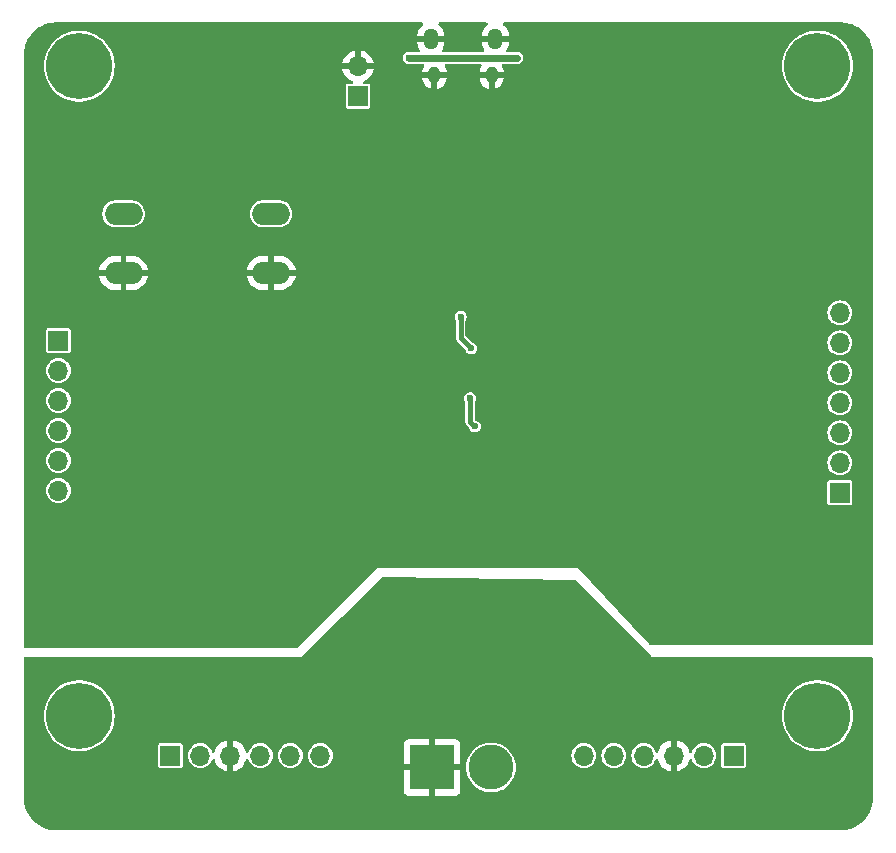
<source format=gbr>
G04 #@! TF.GenerationSoftware,KiCad,Pcbnew,8.0.5*
G04 #@! TF.CreationDate,2025-04-11T00:04:55-04:00*
G04 #@! TF.ProjectId,RP2040_minimal_r2,52503230-3430-45f6-9d69-6e696d616c5f,REV2*
G04 #@! TF.SameCoordinates,Original*
G04 #@! TF.FileFunction,Copper,L2,Bot*
G04 #@! TF.FilePolarity,Positive*
%FSLAX46Y46*%
G04 Gerber Fmt 4.6, Leading zero omitted, Abs format (unit mm)*
G04 Created by KiCad (PCBNEW 8.0.5) date 2025-04-11 00:04:55*
%MOMM*%
%LPD*%
G01*
G04 APERTURE LIST*
G04 #@! TA.AperFunction,ComponentPad*
%ADD10O,1.300000X1.800000*%
G04 #@! TD*
G04 #@! TA.AperFunction,ComponentPad*
%ADD11O,1.050000X1.450000*%
G04 #@! TD*
G04 #@! TA.AperFunction,ComponentPad*
%ADD12R,1.700000X1.700000*%
G04 #@! TD*
G04 #@! TA.AperFunction,ComponentPad*
%ADD13O,1.700000X1.700000*%
G04 #@! TD*
G04 #@! TA.AperFunction,ComponentPad*
%ADD14C,0.600000*%
G04 #@! TD*
G04 #@! TA.AperFunction,ComponentPad*
%ADD15C,3.600000*%
G04 #@! TD*
G04 #@! TA.AperFunction,ConnectorPad*
%ADD16C,5.600000*%
G04 #@! TD*
G04 #@! TA.AperFunction,ComponentPad*
%ADD17O,3.200000X1.900000*%
G04 #@! TD*
G04 #@! TA.AperFunction,ComponentPad*
%ADD18R,3.800000X3.800000*%
G04 #@! TD*
G04 #@! TA.AperFunction,ComponentPad*
%ADD19C,3.800000*%
G04 #@! TD*
G04 #@! TA.AperFunction,ViaPad*
%ADD20C,0.600000*%
G04 #@! TD*
G04 #@! TA.AperFunction,Conductor*
%ADD21C,0.600000*%
G04 #@! TD*
G04 #@! TA.AperFunction,Conductor*
%ADD22C,0.400000*%
G04 #@! TD*
G04 APERTURE END LIST*
D10*
X102725000Y-71700000D03*
D11*
X102425000Y-74730000D03*
X97575000Y-74730000D03*
D10*
X97275000Y-71700000D03*
D12*
X91110000Y-76540000D03*
D13*
X91110000Y-74000000D03*
D14*
X98725000Y-98725000D03*
X98725000Y-100000000D03*
X98725000Y-101275000D03*
X100000000Y-98725000D03*
X100000000Y-100000000D03*
X100000000Y-101275000D03*
X101275000Y-98725000D03*
X101275000Y-100000000D03*
X101275000Y-101275000D03*
D15*
X130000000Y-74000000D03*
D16*
X130000000Y-74000000D03*
D15*
X130000000Y-129000000D03*
D16*
X130000000Y-129000000D03*
D15*
X67500000Y-74000000D03*
D16*
X67500000Y-74000000D03*
D15*
X67500000Y-129000000D03*
D16*
X67500000Y-129000000D03*
D12*
X75215000Y-132375000D03*
D13*
X77755000Y-132375000D03*
X80295000Y-132375000D03*
X82835000Y-132375000D03*
X85375000Y-132375000D03*
X87915000Y-132375000D03*
D17*
X83750000Y-91500000D03*
X71250000Y-91500000D03*
X83750000Y-86500000D03*
X71250000Y-86500000D03*
D12*
X65730000Y-97230000D03*
D13*
X65730000Y-99770000D03*
X65730000Y-102310000D03*
X65730000Y-104850000D03*
X65730000Y-107390000D03*
X65730000Y-109930000D03*
D12*
X122915000Y-132375000D03*
D13*
X120375000Y-132375000D03*
X117835000Y-132375000D03*
X115295000Y-132375000D03*
X112755000Y-132375000D03*
X110215000Y-132375000D03*
D18*
X97375000Y-133375000D03*
D19*
X102375000Y-133375000D03*
D12*
X131900000Y-110120000D03*
D13*
X131900000Y-107580000D03*
X131900000Y-105040000D03*
X131900000Y-102500000D03*
X131900000Y-99960000D03*
X131900000Y-97420000D03*
X131900000Y-94880000D03*
D20*
X97100000Y-112300000D03*
X97000000Y-108500000D03*
X77000000Y-73000000D03*
X100500000Y-138000000D03*
X104750000Y-90750000D03*
X93000000Y-112000000D03*
X82750000Y-120500000D03*
X105500000Y-114500000D03*
X119375000Y-115625000D03*
X76000000Y-99000000D03*
X94000000Y-83000000D03*
X96750000Y-79250000D03*
X96770000Y-107824890D03*
X123000000Y-79000000D03*
X116625000Y-128125000D03*
X100750000Y-121475000D03*
X111160000Y-91690000D03*
X116376409Y-121623591D03*
X101750000Y-121475000D03*
X67000000Y-82500000D03*
X90955000Y-95430000D03*
X92750000Y-120512500D03*
X98700000Y-76000000D03*
X108000000Y-101305000D03*
X130500000Y-134500000D03*
X102540000Y-108510000D03*
X102900000Y-112300000D03*
X84250000Y-120750000D03*
X99000000Y-90500000D03*
X92000000Y-101200000D03*
X115486091Y-108013909D03*
X88000000Y-117500000D03*
X65500000Y-120500000D03*
X115600000Y-109630000D03*
X68500000Y-135500000D03*
X111000000Y-114500000D03*
X98250000Y-90250000D03*
X118500000Y-120750000D03*
X120500000Y-89500000D03*
X102750000Y-121475000D03*
X100689994Y-108415000D03*
X124500000Y-104000000D03*
X122500000Y-137000000D03*
X110250000Y-120512500D03*
X119775000Y-120750000D03*
X115000000Y-118500000D03*
X85000000Y-79500000D03*
X66000000Y-135500000D03*
X68000000Y-108000000D03*
X85375000Y-128125000D03*
X107500000Y-92500000D03*
X107250000Y-120512500D03*
X117370000Y-99890000D03*
X134140000Y-106320000D03*
X123500000Y-121500000D03*
X78500000Y-107500000D03*
X71000000Y-120500000D03*
X80000000Y-137500000D03*
X90800000Y-89200000D03*
X108980000Y-91710000D03*
X95000000Y-115500000D03*
X78000000Y-121250000D03*
X121125000Y-128125000D03*
X95840000Y-120512500D03*
X113620000Y-89460000D03*
X81375000Y-128375000D03*
X80500000Y-122500000D03*
X125500000Y-112500000D03*
X130500000Y-87500000D03*
X131000000Y-120500000D03*
X82625000Y-114125000D03*
X110000000Y-78000000D03*
X104600000Y-73300000D03*
X95400000Y-73300000D03*
X99800000Y-95199994D03*
X100700000Y-97900000D03*
X101000000Y-104500000D03*
X100599970Y-102100000D03*
D21*
X104600000Y-73300000D02*
X95400000Y-73300000D01*
D22*
X100590000Y-102109970D02*
X100599970Y-102100000D01*
X100590000Y-104090000D02*
X100590000Y-102109970D01*
X101000000Y-104500000D02*
X100590000Y-104090000D01*
X99800000Y-97010000D02*
X100690000Y-97900000D01*
X99800000Y-95199994D02*
X99800000Y-97010000D01*
X100690000Y-97900000D02*
X100700000Y-97900000D01*
G04 #@! TA.AperFunction,Conductor*
G36*
X96586060Y-70320185D02*
G01*
X96631815Y-70372989D01*
X96641759Y-70442147D01*
X96612734Y-70505703D01*
X96591906Y-70524819D01*
X96525824Y-70572829D01*
X96397823Y-70700830D01*
X96291434Y-70847265D01*
X96209252Y-71008552D01*
X96209251Y-71008555D01*
X96153317Y-71180706D01*
X96125000Y-71359493D01*
X96125000Y-71450000D01*
X96925000Y-71450000D01*
X96925000Y-71950000D01*
X96125000Y-71950000D01*
X96125000Y-72040506D01*
X96153317Y-72219293D01*
X96209251Y-72391444D01*
X96209252Y-72391447D01*
X96291434Y-72552734D01*
X96327674Y-72602615D01*
X96351154Y-72668421D01*
X96335328Y-72736475D01*
X96285223Y-72785170D01*
X96227356Y-72799500D01*
X95328039Y-72799500D01*
X95266145Y-72817673D01*
X95263307Y-72818469D01*
X95206817Y-72833606D01*
X95200609Y-72836177D01*
X95190985Y-72839572D01*
X95189949Y-72840045D01*
X95141915Y-72870914D01*
X95136880Y-72873983D01*
X95092689Y-72899497D01*
X95088266Y-72902892D01*
X95072945Y-72915238D01*
X95068877Y-72917852D01*
X95068868Y-72917860D01*
X95036355Y-72955383D01*
X95030324Y-72961860D01*
X94999498Y-72992686D01*
X94996364Y-72998115D01*
X94982701Y-73017303D01*
X94974623Y-73026626D01*
X94974623Y-73026627D01*
X94957088Y-73065019D01*
X94951687Y-73075495D01*
X94933607Y-73106813D01*
X94933606Y-73106816D01*
X94930046Y-73120103D01*
X94923069Y-73139511D01*
X94914835Y-73157541D01*
X94909886Y-73191956D01*
X94906925Y-73206394D01*
X94899500Y-73234105D01*
X94899500Y-73255331D01*
X94898238Y-73272977D01*
X94894353Y-73299999D01*
X94898238Y-73327020D01*
X94899500Y-73344667D01*
X94899500Y-73365894D01*
X94906923Y-73393596D01*
X94909885Y-73408037D01*
X94914835Y-73442456D01*
X94914837Y-73442464D01*
X94923069Y-73460489D01*
X94930050Y-73479907D01*
X94933607Y-73493183D01*
X94933610Y-73493190D01*
X94951681Y-73524491D01*
X94957086Y-73534974D01*
X94974623Y-73573373D01*
X94982694Y-73582687D01*
X94996368Y-73601890D01*
X94999497Y-73607310D01*
X94999501Y-73607315D01*
X95030322Y-73638136D01*
X95036354Y-73644615D01*
X95068870Y-73682141D01*
X95068874Y-73682145D01*
X95072928Y-73684750D01*
X95088211Y-73697066D01*
X95092684Y-73700498D01*
X95092686Y-73700500D01*
X95136887Y-73726019D01*
X95141871Y-73729056D01*
X95189947Y-73759953D01*
X95189950Y-73759954D01*
X95189952Y-73759955D01*
X95190994Y-73760431D01*
X95200621Y-73763827D01*
X95206811Y-73766390D01*
X95206814Y-73766392D01*
X95263246Y-73781512D01*
X95263261Y-73781516D01*
X95266098Y-73782312D01*
X95328039Y-73800500D01*
X96597690Y-73800500D01*
X96664729Y-73820185D01*
X96710484Y-73872989D01*
X96720428Y-73942147D01*
X96700792Y-73993391D01*
X96666659Y-74044473D01*
X96666652Y-74044486D01*
X96589390Y-74231016D01*
X96589387Y-74231025D01*
X96550000Y-74429041D01*
X96550000Y-74480000D01*
X97251933Y-74480000D01*
X97250000Y-74487213D01*
X97250000Y-74972787D01*
X97251933Y-74980000D01*
X96550000Y-74980000D01*
X96550000Y-75030958D01*
X96589387Y-75228974D01*
X96589390Y-75228983D01*
X96666652Y-75415513D01*
X96666659Y-75415526D01*
X96778829Y-75583399D01*
X96778832Y-75583403D01*
X96921596Y-75726167D01*
X96921600Y-75726170D01*
X97089473Y-75838340D01*
X97089486Y-75838347D01*
X97276016Y-75915609D01*
X97276025Y-75915612D01*
X97325000Y-75925353D01*
X97325000Y-75139618D01*
X97375446Y-75190064D01*
X97449555Y-75232851D01*
X97532213Y-75255000D01*
X97617787Y-75255000D01*
X97700445Y-75232851D01*
X97774554Y-75190064D01*
X97825000Y-75139618D01*
X97825000Y-75925352D01*
X97873974Y-75915612D01*
X97873983Y-75915609D01*
X98060513Y-75838347D01*
X98060526Y-75838340D01*
X98228399Y-75726170D01*
X98228403Y-75726167D01*
X98371167Y-75583403D01*
X98371170Y-75583399D01*
X98483340Y-75415526D01*
X98483347Y-75415513D01*
X98560609Y-75228983D01*
X98560612Y-75228974D01*
X98599999Y-75030958D01*
X98600000Y-75030955D01*
X98600000Y-74980000D01*
X97898067Y-74980000D01*
X97900000Y-74972787D01*
X97900000Y-74487213D01*
X97898067Y-74480000D01*
X98600000Y-74480000D01*
X98600000Y-74429045D01*
X98599999Y-74429041D01*
X98560612Y-74231025D01*
X98560609Y-74231016D01*
X98483347Y-74044486D01*
X98483340Y-74044473D01*
X98449208Y-73993391D01*
X98428330Y-73926713D01*
X98446815Y-73859333D01*
X98498793Y-73812643D01*
X98552310Y-73800500D01*
X101447690Y-73800500D01*
X101514729Y-73820185D01*
X101560484Y-73872989D01*
X101570428Y-73942147D01*
X101550792Y-73993391D01*
X101516659Y-74044473D01*
X101516652Y-74044486D01*
X101439390Y-74231016D01*
X101439387Y-74231025D01*
X101400000Y-74429041D01*
X101400000Y-74480000D01*
X102101933Y-74480000D01*
X102100000Y-74487213D01*
X102100000Y-74972787D01*
X102101933Y-74980000D01*
X101400000Y-74980000D01*
X101400000Y-75030958D01*
X101439387Y-75228974D01*
X101439390Y-75228983D01*
X101516652Y-75415513D01*
X101516659Y-75415526D01*
X101628829Y-75583399D01*
X101628832Y-75583403D01*
X101771596Y-75726167D01*
X101771600Y-75726170D01*
X101939473Y-75838340D01*
X101939486Y-75838347D01*
X102126016Y-75915609D01*
X102126025Y-75915612D01*
X102175000Y-75925353D01*
X102175000Y-75139618D01*
X102225446Y-75190064D01*
X102299555Y-75232851D01*
X102382213Y-75255000D01*
X102467787Y-75255000D01*
X102550445Y-75232851D01*
X102624554Y-75190064D01*
X102675000Y-75139618D01*
X102675000Y-75925352D01*
X102723974Y-75915612D01*
X102723983Y-75915609D01*
X102910513Y-75838347D01*
X102910526Y-75838340D01*
X103078399Y-75726170D01*
X103078403Y-75726167D01*
X103221167Y-75583403D01*
X103221170Y-75583399D01*
X103333340Y-75415526D01*
X103333347Y-75415513D01*
X103410609Y-75228983D01*
X103410612Y-75228974D01*
X103449999Y-75030958D01*
X103450000Y-75030955D01*
X103450000Y-74980000D01*
X102748067Y-74980000D01*
X102750000Y-74972787D01*
X102750000Y-74487213D01*
X102748067Y-74480000D01*
X103450000Y-74480000D01*
X103450000Y-74429045D01*
X103449999Y-74429041D01*
X103410612Y-74231025D01*
X103410609Y-74231016D01*
X103333347Y-74044486D01*
X103333340Y-74044473D01*
X103303621Y-73999996D01*
X126994415Y-73999996D01*
X126994415Y-74000003D01*
X127014738Y-74348927D01*
X127014739Y-74348938D01*
X127075428Y-74693127D01*
X127075430Y-74693134D01*
X127175674Y-75027972D01*
X127314107Y-75348895D01*
X127314113Y-75348908D01*
X127488870Y-75651597D01*
X127697584Y-75931949D01*
X127697589Y-75931955D01*
X127821463Y-76063253D01*
X127937442Y-76186183D01*
X128113903Y-76334251D01*
X128205186Y-76410847D01*
X128205194Y-76410853D01*
X128497203Y-76602911D01*
X128497207Y-76602913D01*
X128809549Y-76759777D01*
X129137989Y-76879319D01*
X129478086Y-76959923D01*
X129825241Y-77000500D01*
X129825248Y-77000500D01*
X130174752Y-77000500D01*
X130174759Y-77000500D01*
X130521914Y-76959923D01*
X130862011Y-76879319D01*
X131190451Y-76759777D01*
X131502793Y-76602913D01*
X131794811Y-76410849D01*
X132062558Y-76186183D01*
X132302412Y-75931953D01*
X132511130Y-75651596D01*
X132685889Y-75348904D01*
X132824326Y-75027971D01*
X132924569Y-74693136D01*
X132927313Y-74677578D01*
X132985260Y-74348938D01*
X132985259Y-74348938D01*
X132985262Y-74348927D01*
X133005585Y-74000000D01*
X132985262Y-73651073D01*
X132977547Y-73607316D01*
X132924571Y-73306872D01*
X132924569Y-73306865D01*
X132922514Y-73300000D01*
X132824326Y-72972029D01*
X132685889Y-72651096D01*
X132511130Y-72348404D01*
X132475095Y-72300000D01*
X132302415Y-72068050D01*
X132302410Y-72068044D01*
X132186433Y-71945117D01*
X132062558Y-71813817D01*
X131914488Y-71689572D01*
X131794813Y-71589152D01*
X131794805Y-71589146D01*
X131502796Y-71397088D01*
X131190458Y-71240226D01*
X131190452Y-71240223D01*
X130862012Y-71120681D01*
X130862009Y-71120680D01*
X130521915Y-71040077D01*
X130478519Y-71035004D01*
X130174759Y-70999500D01*
X129825241Y-70999500D01*
X129521480Y-71035004D01*
X129478085Y-71040077D01*
X129478083Y-71040077D01*
X129137990Y-71120680D01*
X129137987Y-71120681D01*
X128809547Y-71240223D01*
X128809541Y-71240226D01*
X128497203Y-71397088D01*
X128205194Y-71589146D01*
X128205186Y-71589152D01*
X127937442Y-71813817D01*
X127937440Y-71813819D01*
X127697589Y-72068044D01*
X127697584Y-72068050D01*
X127488870Y-72348402D01*
X127314113Y-72651091D01*
X127314107Y-72651104D01*
X127175674Y-72972027D01*
X127075430Y-73306865D01*
X127075428Y-73306872D01*
X127014739Y-73651061D01*
X127014738Y-73651072D01*
X126994415Y-73999996D01*
X103303621Y-73999996D01*
X103299208Y-73993391D01*
X103278330Y-73926713D01*
X103296815Y-73859333D01*
X103348793Y-73812643D01*
X103402310Y-73800500D01*
X104671963Y-73800500D01*
X104671963Y-73800499D01*
X104710226Y-73789263D01*
X104733902Y-73782312D01*
X104736681Y-73781531D01*
X104793186Y-73766392D01*
X104793189Y-73766389D01*
X104799367Y-73763832D01*
X104808996Y-73760434D01*
X104810045Y-73759955D01*
X104810053Y-73759953D01*
X104858087Y-73729082D01*
X104863102Y-73726025D01*
X104907314Y-73700500D01*
X104907321Y-73700492D01*
X104911828Y-73697035D01*
X104927067Y-73684752D01*
X104931128Y-73682143D01*
X104963653Y-73644605D01*
X104969673Y-73638140D01*
X104969677Y-73638136D01*
X105000500Y-73607314D01*
X105003628Y-73601894D01*
X105017306Y-73582687D01*
X105025377Y-73573373D01*
X105042912Y-73534974D01*
X105048311Y-73524502D01*
X105066392Y-73493186D01*
X105069952Y-73479898D01*
X105076934Y-73460479D01*
X105085164Y-73442459D01*
X105085163Y-73442459D01*
X105085165Y-73442457D01*
X105090111Y-73408053D01*
X105093074Y-73393606D01*
X105094263Y-73389165D01*
X105100500Y-73365892D01*
X105100500Y-73344667D01*
X105101762Y-73327020D01*
X105105647Y-73299999D01*
X105101762Y-73272977D01*
X105100500Y-73255331D01*
X105100500Y-73234110D01*
X105100500Y-73234108D01*
X105093073Y-73206390D01*
X105090111Y-73191946D01*
X105085165Y-73157545D01*
X105085165Y-73157543D01*
X105076928Y-73139509D01*
X105069949Y-73120091D01*
X105066392Y-73106814D01*
X105048316Y-73075506D01*
X105042911Y-73065020D01*
X105025380Y-73026633D01*
X105025379Y-73026631D01*
X105025377Y-73026627D01*
X105025372Y-73026621D01*
X105017306Y-73017312D01*
X105003628Y-72998104D01*
X105000499Y-72992685D01*
X104969677Y-72961863D01*
X104963659Y-72955401D01*
X104931128Y-72917857D01*
X104931125Y-72917854D01*
X104927066Y-72915246D01*
X104911793Y-72902937D01*
X104907318Y-72899504D01*
X104907314Y-72899500D01*
X104895404Y-72892623D01*
X104863121Y-72873984D01*
X104858085Y-72870915D01*
X104857879Y-72870782D01*
X104810053Y-72840047D01*
X104810051Y-72840046D01*
X104810049Y-72840045D01*
X104809004Y-72839567D01*
X104799375Y-72836171D01*
X104793192Y-72833610D01*
X104793187Y-72833608D01*
X104793186Y-72833608D01*
X104736701Y-72818473D01*
X104733862Y-72817675D01*
X104671963Y-72799500D01*
X104671961Y-72799500D01*
X104665892Y-72799500D01*
X103772644Y-72799500D01*
X103705605Y-72779815D01*
X103659850Y-72727011D01*
X103649906Y-72657853D01*
X103672326Y-72602615D01*
X103708565Y-72552734D01*
X103790747Y-72391447D01*
X103790748Y-72391444D01*
X103846682Y-72219293D01*
X103875000Y-72040506D01*
X103875000Y-71950000D01*
X103075000Y-71950000D01*
X103075000Y-71450000D01*
X103875000Y-71450000D01*
X103875000Y-71359493D01*
X103846682Y-71180706D01*
X103790748Y-71008555D01*
X103790747Y-71008552D01*
X103708565Y-70847265D01*
X103602176Y-70700830D01*
X103474175Y-70572829D01*
X103408094Y-70524819D01*
X103365428Y-70469489D01*
X103359449Y-70399876D01*
X103392054Y-70338080D01*
X103452893Y-70303723D01*
X103480979Y-70300500D01*
X131952405Y-70300500D01*
X131996519Y-70300500D01*
X132003472Y-70300695D01*
X132295306Y-70317084D01*
X132309103Y-70318638D01*
X132593827Y-70367015D01*
X132607382Y-70370108D01*
X132710707Y-70399876D01*
X132884899Y-70450060D01*
X132898025Y-70454653D01*
X133164841Y-70565172D01*
X133177355Y-70571198D01*
X133343444Y-70662992D01*
X133430125Y-70710899D01*
X133441899Y-70718297D01*
X133677430Y-70885415D01*
X133688302Y-70894085D01*
X133851667Y-71040077D01*
X133903642Y-71086524D01*
X133913473Y-71096355D01*
X133935211Y-71120680D01*
X134105914Y-71311697D01*
X134114584Y-71322569D01*
X134281702Y-71558100D01*
X134289100Y-71569874D01*
X134428797Y-71822637D01*
X134434830Y-71835165D01*
X134545346Y-72101975D01*
X134549939Y-72115100D01*
X134629890Y-72392615D01*
X134632984Y-72406172D01*
X134681359Y-72690885D01*
X134682916Y-72704703D01*
X134699305Y-72996527D01*
X134699500Y-73003480D01*
X134699500Y-122876000D01*
X134679815Y-122943039D01*
X134627011Y-122988794D01*
X134575500Y-123000000D01*
X115804292Y-123000000D01*
X115737253Y-122980315D01*
X115713176Y-122960107D01*
X114310075Y-121440081D01*
X109750000Y-116500000D01*
X109749999Y-116500000D01*
X92749999Y-116500000D01*
X86036319Y-123213681D01*
X85974996Y-123247166D01*
X85948638Y-123250000D01*
X62924500Y-123250000D01*
X62857461Y-123230315D01*
X62811706Y-123177511D01*
X62800500Y-123126000D01*
X62800500Y-109930000D01*
X64674417Y-109930000D01*
X64694699Y-110135932D01*
X64694700Y-110135934D01*
X64754768Y-110333954D01*
X64852315Y-110516450D01*
X64852317Y-110516452D01*
X64983589Y-110676410D01*
X65080209Y-110755702D01*
X65143550Y-110807685D01*
X65326046Y-110905232D01*
X65524066Y-110965300D01*
X65524065Y-110965300D01*
X65542529Y-110967118D01*
X65730000Y-110985583D01*
X65935934Y-110965300D01*
X66133954Y-110905232D01*
X66316450Y-110807685D01*
X66476410Y-110676410D01*
X66607685Y-110516450D01*
X66705232Y-110333954D01*
X66765300Y-110135934D01*
X66785583Y-109930000D01*
X66765300Y-109724066D01*
X66705232Y-109526046D01*
X66607685Y-109343550D01*
X66531118Y-109250252D01*
X66531114Y-109250247D01*
X130849500Y-109250247D01*
X130849500Y-110989752D01*
X130861131Y-111048229D01*
X130861132Y-111048230D01*
X130905447Y-111114552D01*
X130971769Y-111158867D01*
X130971770Y-111158868D01*
X131030247Y-111170499D01*
X131030250Y-111170500D01*
X131030252Y-111170500D01*
X132769750Y-111170500D01*
X132769751Y-111170499D01*
X132784568Y-111167552D01*
X132828229Y-111158868D01*
X132828229Y-111158867D01*
X132828231Y-111158867D01*
X132894552Y-111114552D01*
X132938867Y-111048231D01*
X132938867Y-111048229D01*
X132938868Y-111048229D01*
X132950499Y-110989752D01*
X132950500Y-110989750D01*
X132950500Y-109250249D01*
X132950499Y-109250247D01*
X132938868Y-109191770D01*
X132938867Y-109191769D01*
X132894552Y-109125447D01*
X132828230Y-109081132D01*
X132828229Y-109081131D01*
X132769752Y-109069500D01*
X132769748Y-109069500D01*
X131030252Y-109069500D01*
X131030247Y-109069500D01*
X130971770Y-109081131D01*
X130971769Y-109081132D01*
X130905447Y-109125447D01*
X130861132Y-109191769D01*
X130861131Y-109191770D01*
X130849500Y-109250247D01*
X66531114Y-109250247D01*
X66476410Y-109183589D01*
X66316452Y-109052317D01*
X66316453Y-109052317D01*
X66316450Y-109052315D01*
X66133954Y-108954768D01*
X65935934Y-108894700D01*
X65935932Y-108894699D01*
X65935934Y-108894699D01*
X65730000Y-108874417D01*
X65524067Y-108894699D01*
X65326043Y-108954769D01*
X65215898Y-109013643D01*
X65143550Y-109052315D01*
X65143548Y-109052316D01*
X65143547Y-109052317D01*
X64983589Y-109183589D01*
X64852317Y-109343547D01*
X64754769Y-109526043D01*
X64694699Y-109724067D01*
X64674417Y-109930000D01*
X62800500Y-109930000D01*
X62800500Y-107390000D01*
X64674417Y-107390000D01*
X64694699Y-107595932D01*
X64694700Y-107595934D01*
X64754768Y-107793954D01*
X64852315Y-107976450D01*
X64858475Y-107983956D01*
X64983589Y-108136410D01*
X65080209Y-108215702D01*
X65143550Y-108267685D01*
X65326046Y-108365232D01*
X65524066Y-108425300D01*
X65524065Y-108425300D01*
X65542529Y-108427118D01*
X65730000Y-108445583D01*
X65935934Y-108425300D01*
X66133954Y-108365232D01*
X66316450Y-108267685D01*
X66476410Y-108136410D01*
X66607685Y-107976450D01*
X66705232Y-107793954D01*
X66765300Y-107595934D01*
X66766869Y-107580000D01*
X130844417Y-107580000D01*
X130864699Y-107785932D01*
X130867133Y-107793956D01*
X130924768Y-107983954D01*
X131022315Y-108166450D01*
X131022317Y-108166452D01*
X131153589Y-108326410D01*
X131200895Y-108365232D01*
X131313550Y-108457685D01*
X131496046Y-108555232D01*
X131694066Y-108615300D01*
X131694065Y-108615300D01*
X131712529Y-108617118D01*
X131900000Y-108635583D01*
X132105934Y-108615300D01*
X132303954Y-108555232D01*
X132486450Y-108457685D01*
X132646410Y-108326410D01*
X132777685Y-108166450D01*
X132875232Y-107983954D01*
X132935300Y-107785934D01*
X132955583Y-107580000D01*
X132935300Y-107374066D01*
X132875232Y-107176046D01*
X132777685Y-106993550D01*
X132725702Y-106930209D01*
X132646410Y-106833589D01*
X132486452Y-106702317D01*
X132486453Y-106702317D01*
X132486450Y-106702315D01*
X132303954Y-106604768D01*
X132105934Y-106544700D01*
X132105932Y-106544699D01*
X132105934Y-106544699D01*
X131900000Y-106524417D01*
X131694067Y-106544699D01*
X131496043Y-106604769D01*
X131385898Y-106663643D01*
X131313550Y-106702315D01*
X131313548Y-106702316D01*
X131313547Y-106702317D01*
X131153589Y-106833589D01*
X131022317Y-106993547D01*
X130924769Y-107176043D01*
X130864699Y-107374067D01*
X130844417Y-107580000D01*
X66766869Y-107580000D01*
X66785583Y-107390000D01*
X66765300Y-107184066D01*
X66705232Y-106986046D01*
X66607685Y-106803550D01*
X66524604Y-106702315D01*
X66476410Y-106643589D01*
X66316452Y-106512317D01*
X66316453Y-106512317D01*
X66316450Y-106512315D01*
X66133954Y-106414768D01*
X65935934Y-106354700D01*
X65935932Y-106354699D01*
X65935934Y-106354699D01*
X65730000Y-106334417D01*
X65524067Y-106354699D01*
X65326043Y-106414769D01*
X65215898Y-106473643D01*
X65143550Y-106512315D01*
X65143548Y-106512316D01*
X65143547Y-106512317D01*
X64983589Y-106643589D01*
X64852317Y-106803547D01*
X64754769Y-106986043D01*
X64694699Y-107184067D01*
X64674417Y-107390000D01*
X62800500Y-107390000D01*
X62800500Y-104850000D01*
X64674417Y-104850000D01*
X64694699Y-105055932D01*
X64694700Y-105055934D01*
X64754768Y-105253954D01*
X64852315Y-105436450D01*
X64858475Y-105443956D01*
X64983589Y-105596410D01*
X65080209Y-105675702D01*
X65143550Y-105727685D01*
X65326046Y-105825232D01*
X65524066Y-105885300D01*
X65524065Y-105885300D01*
X65542529Y-105887118D01*
X65730000Y-105905583D01*
X65935934Y-105885300D01*
X66133954Y-105825232D01*
X66316450Y-105727685D01*
X66476410Y-105596410D01*
X66607685Y-105436450D01*
X66705232Y-105253954D01*
X66765300Y-105055934D01*
X66766869Y-105040000D01*
X130844417Y-105040000D01*
X130864699Y-105245932D01*
X130867133Y-105253956D01*
X130924768Y-105443954D01*
X131022315Y-105626450D01*
X131022317Y-105626452D01*
X131153589Y-105786410D01*
X131200895Y-105825232D01*
X131313550Y-105917685D01*
X131496046Y-106015232D01*
X131694066Y-106075300D01*
X131694065Y-106075300D01*
X131712529Y-106077118D01*
X131900000Y-106095583D01*
X132105934Y-106075300D01*
X132303954Y-106015232D01*
X132486450Y-105917685D01*
X132646410Y-105786410D01*
X132777685Y-105626450D01*
X132875232Y-105443954D01*
X132935300Y-105245934D01*
X132955583Y-105040000D01*
X132935300Y-104834066D01*
X132875232Y-104636046D01*
X132777685Y-104453550D01*
X132698895Y-104357543D01*
X132646410Y-104293589D01*
X132486452Y-104162317D01*
X132486453Y-104162317D01*
X132486450Y-104162315D01*
X132303954Y-104064768D01*
X132105934Y-104004700D01*
X132105932Y-104004699D01*
X132105934Y-104004699D01*
X131900000Y-103984417D01*
X131694067Y-104004699D01*
X131496043Y-104064769D01*
X131396726Y-104117856D01*
X131313550Y-104162315D01*
X131313548Y-104162316D01*
X131313547Y-104162317D01*
X131153589Y-104293589D01*
X131022317Y-104453547D01*
X130924769Y-104636043D01*
X130924768Y-104636045D01*
X130924768Y-104636046D01*
X130922824Y-104642456D01*
X130864699Y-104834067D01*
X130844417Y-105040000D01*
X66766869Y-105040000D01*
X66785583Y-104850000D01*
X66765300Y-104644066D01*
X66705232Y-104446046D01*
X66607685Y-104263550D01*
X66488118Y-104117856D01*
X66476410Y-104103589D01*
X66331196Y-103984417D01*
X66316450Y-103972315D01*
X66133954Y-103874768D01*
X65935934Y-103814700D01*
X65935932Y-103814699D01*
X65935934Y-103814699D01*
X65730000Y-103794417D01*
X65524067Y-103814699D01*
X65326043Y-103874769D01*
X65233740Y-103924107D01*
X65143550Y-103972315D01*
X65143548Y-103972316D01*
X65143547Y-103972317D01*
X64983589Y-104103589D01*
X64852317Y-104263547D01*
X64754769Y-104446043D01*
X64694699Y-104644067D01*
X64674417Y-104850000D01*
X62800500Y-104850000D01*
X62800500Y-102310000D01*
X64674417Y-102310000D01*
X64694699Y-102515932D01*
X64694700Y-102515934D01*
X64754768Y-102713954D01*
X64852315Y-102896450D01*
X64858475Y-102903956D01*
X64983589Y-103056410D01*
X65080209Y-103135702D01*
X65143550Y-103187685D01*
X65326046Y-103285232D01*
X65524066Y-103345300D01*
X65524065Y-103345300D01*
X65542529Y-103347118D01*
X65730000Y-103365583D01*
X65935934Y-103345300D01*
X66133954Y-103285232D01*
X66316450Y-103187685D01*
X66476410Y-103056410D01*
X66607685Y-102896450D01*
X66705232Y-102713954D01*
X66765300Y-102515934D01*
X66785583Y-102310000D01*
X66765300Y-102104066D01*
X66764067Y-102100000D01*
X100094323Y-102100000D01*
X100114804Y-102242456D01*
X100178277Y-102381440D01*
X100174708Y-102383069D01*
X100189496Y-102432001D01*
X100189500Y-102432978D01*
X100189500Y-104037273D01*
X100189500Y-104142727D01*
X100194749Y-104162317D01*
X100216793Y-104244589D01*
X100245084Y-104293589D01*
X100269520Y-104335913D01*
X100475370Y-104541762D01*
X100508854Y-104603083D01*
X100510426Y-104611794D01*
X100514834Y-104642453D01*
X100514835Y-104642458D01*
X100515570Y-104644067D01*
X100574623Y-104773373D01*
X100668872Y-104882143D01*
X100789947Y-104959953D01*
X100789950Y-104959954D01*
X100789949Y-104959954D01*
X100928036Y-105000499D01*
X100928038Y-105000500D01*
X100928039Y-105000500D01*
X101071962Y-105000500D01*
X101071962Y-105000499D01*
X101210053Y-104959953D01*
X101331128Y-104882143D01*
X101425377Y-104773373D01*
X101485165Y-104642457D01*
X101505647Y-104500000D01*
X101485165Y-104357543D01*
X101425377Y-104226627D01*
X101331128Y-104117857D01*
X101296581Y-104095655D01*
X101210051Y-104040045D01*
X101093736Y-104005893D01*
X101040990Y-103974597D01*
X101026819Y-103960426D01*
X100993334Y-103899103D01*
X100990500Y-103872745D01*
X100990500Y-102500000D01*
X130844417Y-102500000D01*
X130864699Y-102705932D01*
X130867133Y-102713956D01*
X130924768Y-102903954D01*
X131022315Y-103086450D01*
X131022317Y-103086452D01*
X131153589Y-103246410D01*
X131200895Y-103285232D01*
X131313550Y-103377685D01*
X131496046Y-103475232D01*
X131694066Y-103535300D01*
X131694065Y-103535300D01*
X131712529Y-103537118D01*
X131900000Y-103555583D01*
X132105934Y-103535300D01*
X132303954Y-103475232D01*
X132486450Y-103377685D01*
X132646410Y-103246410D01*
X132777685Y-103086450D01*
X132875232Y-102903954D01*
X132935300Y-102705934D01*
X132955583Y-102500000D01*
X132935300Y-102294066D01*
X132875232Y-102096046D01*
X132777685Y-101913550D01*
X132725702Y-101850209D01*
X132646410Y-101753589D01*
X132528677Y-101656969D01*
X132486450Y-101622315D01*
X132303954Y-101524768D01*
X132105934Y-101464700D01*
X132105932Y-101464699D01*
X132105934Y-101464699D01*
X131900000Y-101444417D01*
X131694067Y-101464699D01*
X131496043Y-101524769D01*
X131385898Y-101583643D01*
X131313550Y-101622315D01*
X131313548Y-101622316D01*
X131313547Y-101622317D01*
X131153589Y-101753589D01*
X131022317Y-101913547D01*
X130924769Y-102096043D01*
X130864699Y-102294067D01*
X130844417Y-102500000D01*
X100990500Y-102500000D01*
X100990500Y-102459837D01*
X101010185Y-102392798D01*
X101020786Y-102378636D01*
X101025347Y-102373373D01*
X101085135Y-102242457D01*
X101105617Y-102100000D01*
X101085135Y-101957543D01*
X101025347Y-101826627D01*
X100931098Y-101717857D01*
X100810023Y-101640047D01*
X100810021Y-101640046D01*
X100810019Y-101640045D01*
X100810020Y-101640045D01*
X100671933Y-101599500D01*
X100671931Y-101599500D01*
X100528009Y-101599500D01*
X100528006Y-101599500D01*
X100389919Y-101640045D01*
X100268843Y-101717856D01*
X100174593Y-101826626D01*
X100174592Y-101826628D01*
X100114804Y-101957543D01*
X100094323Y-102100000D01*
X66764067Y-102100000D01*
X66705232Y-101906046D01*
X66607685Y-101723550D01*
X66524604Y-101622315D01*
X66476410Y-101563589D01*
X66316452Y-101432317D01*
X66316453Y-101432317D01*
X66316450Y-101432315D01*
X66133954Y-101334768D01*
X65935934Y-101274700D01*
X65935932Y-101274699D01*
X65935934Y-101274699D01*
X65730000Y-101254417D01*
X65524067Y-101274699D01*
X65326043Y-101334769D01*
X65215898Y-101393643D01*
X65143550Y-101432315D01*
X65143548Y-101432316D01*
X65143547Y-101432317D01*
X64983589Y-101563589D01*
X64852317Y-101723547D01*
X64754769Y-101906043D01*
X64694699Y-102104067D01*
X64674417Y-102310000D01*
X62800500Y-102310000D01*
X62800500Y-99770000D01*
X64674417Y-99770000D01*
X64694699Y-99975932D01*
X64694700Y-99975934D01*
X64754768Y-100173954D01*
X64852315Y-100356450D01*
X64858475Y-100363956D01*
X64983589Y-100516410D01*
X65080209Y-100595702D01*
X65143550Y-100647685D01*
X65326046Y-100745232D01*
X65524066Y-100805300D01*
X65524065Y-100805300D01*
X65542529Y-100807118D01*
X65730000Y-100825583D01*
X65935934Y-100805300D01*
X66133954Y-100745232D01*
X66316450Y-100647685D01*
X66476410Y-100516410D01*
X66607685Y-100356450D01*
X66705232Y-100173954D01*
X66765300Y-99975934D01*
X66766869Y-99960000D01*
X130844417Y-99960000D01*
X130864699Y-100165932D01*
X130867133Y-100173956D01*
X130924768Y-100363954D01*
X131022315Y-100546450D01*
X131022317Y-100546452D01*
X131153589Y-100706410D01*
X131200895Y-100745232D01*
X131313550Y-100837685D01*
X131496046Y-100935232D01*
X131694066Y-100995300D01*
X131694065Y-100995300D01*
X131712529Y-100997118D01*
X131900000Y-101015583D01*
X132105934Y-100995300D01*
X132303954Y-100935232D01*
X132486450Y-100837685D01*
X132646410Y-100706410D01*
X132777685Y-100546450D01*
X132875232Y-100363954D01*
X132935300Y-100165934D01*
X132955583Y-99960000D01*
X132935300Y-99754066D01*
X132875232Y-99556046D01*
X132777685Y-99373550D01*
X132725702Y-99310209D01*
X132646410Y-99213589D01*
X132486452Y-99082317D01*
X132486453Y-99082317D01*
X132486450Y-99082315D01*
X132303954Y-98984768D01*
X132105934Y-98924700D01*
X132105932Y-98924699D01*
X132105934Y-98924699D01*
X131900000Y-98904417D01*
X131694067Y-98924699D01*
X131496043Y-98984769D01*
X131385898Y-99043643D01*
X131313550Y-99082315D01*
X131313548Y-99082316D01*
X131313547Y-99082317D01*
X131153589Y-99213589D01*
X131022317Y-99373547D01*
X130924769Y-99556043D01*
X130864699Y-99754067D01*
X130844417Y-99960000D01*
X66766869Y-99960000D01*
X66785583Y-99770000D01*
X66765300Y-99564066D01*
X66705232Y-99366046D01*
X66607685Y-99183550D01*
X66524604Y-99082315D01*
X66476410Y-99023589D01*
X66316452Y-98892317D01*
X66316453Y-98892317D01*
X66316450Y-98892315D01*
X66133954Y-98794768D01*
X65935934Y-98734700D01*
X65935932Y-98734699D01*
X65935934Y-98734699D01*
X65730000Y-98714417D01*
X65524067Y-98734699D01*
X65326043Y-98794769D01*
X65215898Y-98853643D01*
X65143550Y-98892315D01*
X65143548Y-98892316D01*
X65143547Y-98892317D01*
X64983589Y-99023589D01*
X64852317Y-99183547D01*
X64754769Y-99366043D01*
X64694699Y-99564067D01*
X64674417Y-99770000D01*
X62800500Y-99770000D01*
X62800500Y-96360247D01*
X64679500Y-96360247D01*
X64679500Y-98099752D01*
X64691131Y-98158229D01*
X64691132Y-98158230D01*
X64735447Y-98224552D01*
X64801769Y-98268867D01*
X64801770Y-98268868D01*
X64860247Y-98280499D01*
X64860250Y-98280500D01*
X64860252Y-98280500D01*
X66599750Y-98280500D01*
X66599751Y-98280499D01*
X66614568Y-98277552D01*
X66658229Y-98268868D01*
X66658229Y-98268867D01*
X66658231Y-98268867D01*
X66724552Y-98224552D01*
X66768867Y-98158231D01*
X66768867Y-98158229D01*
X66768868Y-98158229D01*
X66780499Y-98099752D01*
X66780500Y-98099750D01*
X66780500Y-96360249D01*
X66780499Y-96360247D01*
X66768868Y-96301770D01*
X66768867Y-96301769D01*
X66724552Y-96235447D01*
X66658230Y-96191132D01*
X66658229Y-96191131D01*
X66599752Y-96179500D01*
X66599748Y-96179500D01*
X64860252Y-96179500D01*
X64860247Y-96179500D01*
X64801770Y-96191131D01*
X64801769Y-96191132D01*
X64735447Y-96235447D01*
X64691132Y-96301769D01*
X64691131Y-96301770D01*
X64679500Y-96360247D01*
X62800500Y-96360247D01*
X62800500Y-95199994D01*
X99294353Y-95199994D01*
X99314834Y-95342450D01*
X99354123Y-95428479D01*
X99374623Y-95473367D01*
X99374627Y-95473372D01*
X99379418Y-95480827D01*
X99376364Y-95482789D01*
X99398235Y-95530657D01*
X99399500Y-95548326D01*
X99399500Y-97062726D01*
X99426793Y-97164589D01*
X99453156Y-97210250D01*
X99479520Y-97255913D01*
X99479522Y-97255915D01*
X100177048Y-97953441D01*
X100210533Y-98014764D01*
X100212105Y-98023472D01*
X100214834Y-98042454D01*
X100214835Y-98042456D01*
X100214835Y-98042457D01*
X100274623Y-98173373D01*
X100368872Y-98282143D01*
X100489947Y-98359953D01*
X100489950Y-98359954D01*
X100489949Y-98359954D01*
X100628036Y-98400499D01*
X100628038Y-98400500D01*
X100628039Y-98400500D01*
X100771962Y-98400500D01*
X100771962Y-98400499D01*
X100910053Y-98359953D01*
X101031128Y-98282143D01*
X101125377Y-98173373D01*
X101185165Y-98042457D01*
X101205647Y-97900000D01*
X101185165Y-97757543D01*
X101125377Y-97626627D01*
X101031128Y-97517857D01*
X100996581Y-97495655D01*
X100910051Y-97440045D01*
X100841782Y-97420000D01*
X130844417Y-97420000D01*
X130864699Y-97625932D01*
X130894734Y-97724944D01*
X130924768Y-97823954D01*
X131022315Y-98006450D01*
X131022317Y-98006452D01*
X131153589Y-98166410D01*
X131250209Y-98245702D01*
X131313550Y-98297685D01*
X131496046Y-98395232D01*
X131694066Y-98455300D01*
X131694065Y-98455300D01*
X131712529Y-98457118D01*
X131900000Y-98475583D01*
X132105934Y-98455300D01*
X132303954Y-98395232D01*
X132486450Y-98297685D01*
X132646410Y-98166410D01*
X132777685Y-98006450D01*
X132875232Y-97823954D01*
X132935300Y-97625934D01*
X132955583Y-97420000D01*
X132935300Y-97214066D01*
X132875232Y-97016046D01*
X132777685Y-96833550D01*
X132725702Y-96770209D01*
X132646410Y-96673589D01*
X132486452Y-96542317D01*
X132486453Y-96542317D01*
X132486450Y-96542315D01*
X132303954Y-96444768D01*
X132105934Y-96384700D01*
X132105932Y-96384699D01*
X132105934Y-96384699D01*
X131900000Y-96364417D01*
X131694067Y-96384699D01*
X131496043Y-96444769D01*
X131385898Y-96503643D01*
X131313550Y-96542315D01*
X131313548Y-96542316D01*
X131313547Y-96542317D01*
X131153589Y-96673589D01*
X131022317Y-96833547D01*
X130924769Y-97016043D01*
X130864699Y-97214067D01*
X130844417Y-97420000D01*
X100841782Y-97420000D01*
X100779579Y-97401736D01*
X100726833Y-97370440D01*
X100236819Y-96880426D01*
X100203334Y-96819103D01*
X100200500Y-96792745D01*
X100200500Y-95548326D01*
X100220185Y-95481287D01*
X100220901Y-95480330D01*
X100225368Y-95473376D01*
X100225377Y-95473367D01*
X100285165Y-95342451D01*
X100305647Y-95199994D01*
X100285165Y-95057537D01*
X100225377Y-94926621D01*
X100184980Y-94880000D01*
X130844417Y-94880000D01*
X130864699Y-95085932D01*
X130864700Y-95085934D01*
X130924768Y-95283954D01*
X131022315Y-95466450D01*
X131035724Y-95482789D01*
X131153589Y-95626410D01*
X131250209Y-95705702D01*
X131313550Y-95757685D01*
X131496046Y-95855232D01*
X131694066Y-95915300D01*
X131694065Y-95915300D01*
X131712529Y-95917118D01*
X131900000Y-95935583D01*
X132105934Y-95915300D01*
X132303954Y-95855232D01*
X132486450Y-95757685D01*
X132646410Y-95626410D01*
X132777685Y-95466450D01*
X132875232Y-95283954D01*
X132935300Y-95085934D01*
X132955583Y-94880000D01*
X132935300Y-94674066D01*
X132875232Y-94476046D01*
X132777685Y-94293550D01*
X132725702Y-94230209D01*
X132646410Y-94133589D01*
X132486452Y-94002317D01*
X132486453Y-94002317D01*
X132486450Y-94002315D01*
X132303954Y-93904768D01*
X132105934Y-93844700D01*
X132105932Y-93844699D01*
X132105934Y-93844699D01*
X131900000Y-93824417D01*
X131694067Y-93844699D01*
X131496043Y-93904769D01*
X131385898Y-93963643D01*
X131313550Y-94002315D01*
X131313548Y-94002316D01*
X131313547Y-94002317D01*
X131153589Y-94133589D01*
X131022317Y-94293547D01*
X130924769Y-94476043D01*
X130864699Y-94674067D01*
X130844417Y-94880000D01*
X100184980Y-94880000D01*
X100131128Y-94817851D01*
X100010053Y-94740041D01*
X100010051Y-94740040D01*
X100010049Y-94740039D01*
X100010050Y-94740039D01*
X99871963Y-94699494D01*
X99871961Y-94699494D01*
X99728039Y-94699494D01*
X99728036Y-94699494D01*
X99589949Y-94740039D01*
X99468873Y-94817850D01*
X99374623Y-94926620D01*
X99374622Y-94926622D01*
X99314834Y-95057537D01*
X99294353Y-95199994D01*
X62800500Y-95199994D01*
X62800500Y-91250000D01*
X69171522Y-91250000D01*
X70649999Y-91250000D01*
X70624979Y-91310402D01*
X70600000Y-91435981D01*
X70600000Y-91564019D01*
X70624979Y-91689598D01*
X70649999Y-91750000D01*
X69171522Y-91750000D01*
X69185704Y-91839544D01*
X69256230Y-92056604D01*
X69359849Y-92259966D01*
X69494004Y-92444614D01*
X69655385Y-92605995D01*
X69840033Y-92740150D01*
X70043395Y-92843769D01*
X70260455Y-92914295D01*
X70485884Y-92950000D01*
X71000000Y-92950000D01*
X71000000Y-92100001D01*
X71060402Y-92125021D01*
X71185981Y-92150000D01*
X71314019Y-92150000D01*
X71439598Y-92125021D01*
X71500000Y-92100001D01*
X71500000Y-92950000D01*
X72014116Y-92950000D01*
X72239544Y-92914295D01*
X72456604Y-92843769D01*
X72659966Y-92740150D01*
X72844614Y-92605995D01*
X73005995Y-92444614D01*
X73140150Y-92259966D01*
X73243769Y-92056604D01*
X73314295Y-91839544D01*
X73328478Y-91750000D01*
X71850001Y-91750000D01*
X71875021Y-91689598D01*
X71900000Y-91564019D01*
X71900000Y-91435981D01*
X71875021Y-91310402D01*
X71850001Y-91250000D01*
X73328478Y-91250000D01*
X81671522Y-91250000D01*
X83149999Y-91250000D01*
X83124979Y-91310402D01*
X83100000Y-91435981D01*
X83100000Y-91564019D01*
X83124979Y-91689598D01*
X83149999Y-91750000D01*
X81671522Y-91750000D01*
X81685704Y-91839544D01*
X81756230Y-92056604D01*
X81859849Y-92259966D01*
X81994004Y-92444614D01*
X82155385Y-92605995D01*
X82340033Y-92740150D01*
X82543395Y-92843769D01*
X82760455Y-92914295D01*
X82985884Y-92950000D01*
X83500000Y-92950000D01*
X83500000Y-92100001D01*
X83560402Y-92125021D01*
X83685981Y-92150000D01*
X83814019Y-92150000D01*
X83939598Y-92125021D01*
X84000000Y-92100001D01*
X84000000Y-92950000D01*
X84514116Y-92950000D01*
X84739544Y-92914295D01*
X84956604Y-92843769D01*
X85159966Y-92740150D01*
X85344614Y-92605995D01*
X85505995Y-92444614D01*
X85640150Y-92259966D01*
X85743769Y-92056604D01*
X85814295Y-91839544D01*
X85828478Y-91750000D01*
X84350001Y-91750000D01*
X84375021Y-91689598D01*
X84400000Y-91564019D01*
X84400000Y-91435981D01*
X84375021Y-91310402D01*
X84350001Y-91250000D01*
X85828478Y-91250000D01*
X85814295Y-91160455D01*
X85743769Y-90943395D01*
X85640150Y-90740033D01*
X85505995Y-90555385D01*
X85344614Y-90394004D01*
X85159966Y-90259849D01*
X84956604Y-90156230D01*
X84739544Y-90085704D01*
X84514116Y-90050000D01*
X84000000Y-90050000D01*
X84000000Y-90899998D01*
X83939598Y-90874979D01*
X83814019Y-90850000D01*
X83685981Y-90850000D01*
X83560402Y-90874979D01*
X83500000Y-90899998D01*
X83500000Y-90050000D01*
X82985884Y-90050000D01*
X82760455Y-90085704D01*
X82543395Y-90156230D01*
X82340033Y-90259849D01*
X82155385Y-90394004D01*
X81994004Y-90555385D01*
X81859849Y-90740033D01*
X81756230Y-90943395D01*
X81685704Y-91160455D01*
X81671522Y-91250000D01*
X73328478Y-91250000D01*
X73314295Y-91160455D01*
X73243769Y-90943395D01*
X73140150Y-90740033D01*
X73005995Y-90555385D01*
X72844614Y-90394004D01*
X72659966Y-90259849D01*
X72456604Y-90156230D01*
X72239544Y-90085704D01*
X72014116Y-90050000D01*
X71500000Y-90050000D01*
X71500000Y-90899998D01*
X71439598Y-90874979D01*
X71314019Y-90850000D01*
X71185981Y-90850000D01*
X71060402Y-90874979D01*
X71000000Y-90899998D01*
X71000000Y-90050000D01*
X70485884Y-90050000D01*
X70260455Y-90085704D01*
X70043395Y-90156230D01*
X69840033Y-90259849D01*
X69655385Y-90394004D01*
X69494004Y-90555385D01*
X69359849Y-90740033D01*
X69256230Y-90943395D01*
X69185704Y-91160455D01*
X69171522Y-91250000D01*
X62800500Y-91250000D01*
X62800500Y-86409448D01*
X69449500Y-86409448D01*
X69449500Y-86590551D01*
X69477829Y-86769410D01*
X69533787Y-86941636D01*
X69533788Y-86941639D01*
X69616006Y-87102997D01*
X69722441Y-87249494D01*
X69722445Y-87249499D01*
X69850500Y-87377554D01*
X69850505Y-87377558D01*
X69978287Y-87470396D01*
X69997006Y-87483996D01*
X70102484Y-87537740D01*
X70158360Y-87566211D01*
X70158363Y-87566212D01*
X70244476Y-87594191D01*
X70330591Y-87622171D01*
X70413429Y-87635291D01*
X70509449Y-87650500D01*
X70509454Y-87650500D01*
X71990551Y-87650500D01*
X72077259Y-87636765D01*
X72169409Y-87622171D01*
X72341639Y-87566211D01*
X72502994Y-87483996D01*
X72649501Y-87377553D01*
X72777553Y-87249501D01*
X72883996Y-87102994D01*
X72966211Y-86941639D01*
X73022171Y-86769409D01*
X73036765Y-86677259D01*
X73050500Y-86590551D01*
X73050500Y-86409448D01*
X81949500Y-86409448D01*
X81949500Y-86590551D01*
X81977829Y-86769410D01*
X82033787Y-86941636D01*
X82033788Y-86941639D01*
X82116006Y-87102997D01*
X82222441Y-87249494D01*
X82222445Y-87249499D01*
X82350500Y-87377554D01*
X82350505Y-87377558D01*
X82478287Y-87470396D01*
X82497006Y-87483996D01*
X82602484Y-87537740D01*
X82658360Y-87566211D01*
X82658363Y-87566212D01*
X82744476Y-87594191D01*
X82830591Y-87622171D01*
X82913429Y-87635291D01*
X83009449Y-87650500D01*
X83009454Y-87650500D01*
X84490551Y-87650500D01*
X84577259Y-87636765D01*
X84669409Y-87622171D01*
X84841639Y-87566211D01*
X85002994Y-87483996D01*
X85149501Y-87377553D01*
X85277553Y-87249501D01*
X85383996Y-87102994D01*
X85466211Y-86941639D01*
X85522171Y-86769409D01*
X85536765Y-86677259D01*
X85550500Y-86590551D01*
X85550500Y-86409448D01*
X85534019Y-86305397D01*
X85522171Y-86230591D01*
X85466211Y-86058361D01*
X85466211Y-86058360D01*
X85437740Y-86002484D01*
X85383996Y-85897006D01*
X85370396Y-85878287D01*
X85277558Y-85750505D01*
X85277554Y-85750500D01*
X85149499Y-85622445D01*
X85149494Y-85622441D01*
X85002997Y-85516006D01*
X85002996Y-85516005D01*
X85002994Y-85516004D01*
X84951300Y-85489664D01*
X84841639Y-85433788D01*
X84841636Y-85433787D01*
X84669410Y-85377829D01*
X84490551Y-85349500D01*
X84490546Y-85349500D01*
X83009454Y-85349500D01*
X83009449Y-85349500D01*
X82830589Y-85377829D01*
X82658363Y-85433787D01*
X82658360Y-85433788D01*
X82497002Y-85516006D01*
X82350505Y-85622441D01*
X82350500Y-85622445D01*
X82222445Y-85750500D01*
X82222441Y-85750505D01*
X82116006Y-85897002D01*
X82033788Y-86058360D01*
X82033787Y-86058363D01*
X81977829Y-86230589D01*
X81949500Y-86409448D01*
X73050500Y-86409448D01*
X73034019Y-86305397D01*
X73022171Y-86230591D01*
X72966211Y-86058361D01*
X72966211Y-86058360D01*
X72937740Y-86002484D01*
X72883996Y-85897006D01*
X72870396Y-85878287D01*
X72777558Y-85750505D01*
X72777554Y-85750500D01*
X72649499Y-85622445D01*
X72649494Y-85622441D01*
X72502997Y-85516006D01*
X72502996Y-85516005D01*
X72502994Y-85516004D01*
X72451300Y-85489664D01*
X72341639Y-85433788D01*
X72341636Y-85433787D01*
X72169410Y-85377829D01*
X71990551Y-85349500D01*
X71990546Y-85349500D01*
X70509454Y-85349500D01*
X70509449Y-85349500D01*
X70330589Y-85377829D01*
X70158363Y-85433787D01*
X70158360Y-85433788D01*
X69997002Y-85516006D01*
X69850505Y-85622441D01*
X69850500Y-85622445D01*
X69722445Y-85750500D01*
X69722441Y-85750505D01*
X69616006Y-85897002D01*
X69533788Y-86058360D01*
X69533787Y-86058363D01*
X69477829Y-86230589D01*
X69449500Y-86409448D01*
X62800500Y-86409448D01*
X62800500Y-73999996D01*
X64494415Y-73999996D01*
X64494415Y-74000003D01*
X64514738Y-74348927D01*
X64514739Y-74348938D01*
X64575428Y-74693127D01*
X64575430Y-74693134D01*
X64675674Y-75027972D01*
X64814107Y-75348895D01*
X64814113Y-75348908D01*
X64988870Y-75651597D01*
X65197584Y-75931949D01*
X65197589Y-75931955D01*
X65321463Y-76063253D01*
X65437442Y-76186183D01*
X65613903Y-76334251D01*
X65705186Y-76410847D01*
X65705194Y-76410853D01*
X65997203Y-76602911D01*
X65997207Y-76602913D01*
X66309549Y-76759777D01*
X66637989Y-76879319D01*
X66978086Y-76959923D01*
X67325241Y-77000500D01*
X67325248Y-77000500D01*
X67674752Y-77000500D01*
X67674759Y-77000500D01*
X68021914Y-76959923D01*
X68362011Y-76879319D01*
X68690451Y-76759777D01*
X69002793Y-76602913D01*
X69294811Y-76410849D01*
X69562558Y-76186183D01*
X69802412Y-75931953D01*
X70011130Y-75651596D01*
X70185889Y-75348904D01*
X70324326Y-75027971D01*
X70424569Y-74693136D01*
X70427313Y-74677578D01*
X70485260Y-74348938D01*
X70485259Y-74348938D01*
X70485262Y-74348927D01*
X70505585Y-74000000D01*
X70491024Y-73749999D01*
X89779364Y-73749999D01*
X89779364Y-73750000D01*
X90676988Y-73750000D01*
X90644075Y-73807007D01*
X90610000Y-73934174D01*
X90610000Y-74065826D01*
X90644075Y-74192993D01*
X90676988Y-74250000D01*
X89779364Y-74250000D01*
X89836567Y-74463486D01*
X89836570Y-74463492D01*
X89936399Y-74677578D01*
X90071894Y-74871082D01*
X90238917Y-75038105D01*
X90432421Y-75173600D01*
X90602948Y-75253118D01*
X90655387Y-75299290D01*
X90674539Y-75366484D01*
X90654323Y-75433365D01*
X90601158Y-75478700D01*
X90550543Y-75489500D01*
X90240247Y-75489500D01*
X90181770Y-75501131D01*
X90181769Y-75501132D01*
X90115447Y-75545447D01*
X90071132Y-75611769D01*
X90071131Y-75611770D01*
X90059500Y-75670247D01*
X90059500Y-77409752D01*
X90071131Y-77468229D01*
X90071132Y-77468230D01*
X90115447Y-77534552D01*
X90181769Y-77578867D01*
X90181770Y-77578868D01*
X90240247Y-77590499D01*
X90240250Y-77590500D01*
X90240252Y-77590500D01*
X91979750Y-77590500D01*
X91979751Y-77590499D01*
X91994568Y-77587552D01*
X92038229Y-77578868D01*
X92038229Y-77578867D01*
X92038231Y-77578867D01*
X92104552Y-77534552D01*
X92148867Y-77468231D01*
X92148867Y-77468229D01*
X92148868Y-77468229D01*
X92160499Y-77409752D01*
X92160500Y-77409750D01*
X92160500Y-75670249D01*
X92160499Y-75670247D01*
X92148868Y-75611770D01*
X92148867Y-75611769D01*
X92104552Y-75545447D01*
X92038230Y-75501132D01*
X92038229Y-75501131D01*
X91979752Y-75489500D01*
X91979748Y-75489500D01*
X91669457Y-75489500D01*
X91602418Y-75469815D01*
X91556663Y-75417011D01*
X91546719Y-75347853D01*
X91575744Y-75284297D01*
X91617052Y-75253118D01*
X91787578Y-75173600D01*
X91981082Y-75038105D01*
X92148105Y-74871082D01*
X92283600Y-74677578D01*
X92383429Y-74463492D01*
X92383432Y-74463486D01*
X92440636Y-74250000D01*
X91543012Y-74250000D01*
X91575925Y-74192993D01*
X91610000Y-74065826D01*
X91610000Y-73934174D01*
X91575925Y-73807007D01*
X91543012Y-73750000D01*
X92440636Y-73750000D01*
X92440635Y-73749999D01*
X92383432Y-73536513D01*
X92383429Y-73536507D01*
X92283600Y-73322422D01*
X92283599Y-73322420D01*
X92148113Y-73128926D01*
X92148108Y-73128920D01*
X91981082Y-72961894D01*
X91787578Y-72826399D01*
X91573492Y-72726570D01*
X91573486Y-72726567D01*
X91360000Y-72669364D01*
X91360000Y-73566988D01*
X91302993Y-73534075D01*
X91175826Y-73500000D01*
X91044174Y-73500000D01*
X90917007Y-73534075D01*
X90860000Y-73566988D01*
X90860000Y-72669364D01*
X90859999Y-72669364D01*
X90646513Y-72726567D01*
X90646507Y-72726570D01*
X90432422Y-72826399D01*
X90432420Y-72826400D01*
X90238926Y-72961886D01*
X90238920Y-72961891D01*
X90071891Y-73128920D01*
X90071886Y-73128926D01*
X89936400Y-73322420D01*
X89936399Y-73322422D01*
X89836570Y-73536507D01*
X89836567Y-73536513D01*
X89779364Y-73749999D01*
X70491024Y-73749999D01*
X70485262Y-73651073D01*
X70477547Y-73607316D01*
X70424571Y-73306872D01*
X70424569Y-73306865D01*
X70422514Y-73300000D01*
X70324326Y-72972029D01*
X70185889Y-72651096D01*
X70011130Y-72348404D01*
X69975095Y-72300000D01*
X69802415Y-72068050D01*
X69802410Y-72068044D01*
X69686433Y-71945117D01*
X69562558Y-71813817D01*
X69414488Y-71689572D01*
X69294813Y-71589152D01*
X69294805Y-71589146D01*
X69002796Y-71397088D01*
X68690458Y-71240226D01*
X68690452Y-71240223D01*
X68362012Y-71120681D01*
X68362009Y-71120680D01*
X68021915Y-71040077D01*
X67978519Y-71035004D01*
X67674759Y-70999500D01*
X67325241Y-70999500D01*
X67021480Y-71035004D01*
X66978085Y-71040077D01*
X66978083Y-71040077D01*
X66637990Y-71120680D01*
X66637987Y-71120681D01*
X66309547Y-71240223D01*
X66309541Y-71240226D01*
X65997203Y-71397088D01*
X65705194Y-71589146D01*
X65705186Y-71589152D01*
X65437442Y-71813817D01*
X65437440Y-71813819D01*
X65197589Y-72068044D01*
X65197584Y-72068050D01*
X64988870Y-72348402D01*
X64814113Y-72651091D01*
X64814107Y-72651104D01*
X64675674Y-72972027D01*
X64575430Y-73306865D01*
X64575428Y-73306872D01*
X64514739Y-73651061D01*
X64514738Y-73651072D01*
X64494415Y-73999996D01*
X62800500Y-73999996D01*
X62800500Y-73003480D01*
X62800695Y-72996527D01*
X62802722Y-72960438D01*
X62817084Y-72704691D01*
X62818638Y-72690898D01*
X62867015Y-72406167D01*
X62870109Y-72392615D01*
X62870446Y-72391447D01*
X62950061Y-72115096D01*
X62954653Y-72101975D01*
X62961645Y-72085095D01*
X63065175Y-71835151D01*
X63071195Y-71822651D01*
X63210902Y-71569868D01*
X63218297Y-71558100D01*
X63259842Y-71499548D01*
X63385422Y-71322559D01*
X63394077Y-71311705D01*
X63586534Y-71096346D01*
X63596346Y-71086534D01*
X63811705Y-70894077D01*
X63822559Y-70885422D01*
X64058105Y-70718293D01*
X64069868Y-70710902D01*
X64322651Y-70571195D01*
X64335151Y-70565175D01*
X64601979Y-70454651D01*
X64615096Y-70450061D01*
X64892621Y-70370107D01*
X64906167Y-70367015D01*
X65190898Y-70318638D01*
X65204691Y-70317084D01*
X65496528Y-70300695D01*
X65503481Y-70300500D01*
X65547595Y-70300500D01*
X96519021Y-70300500D01*
X96586060Y-70320185D01*
G37*
G04 #@! TD.AperFunction*
G04 #@! TA.AperFunction,Conductor*
G36*
X102036060Y-70320185D02*
G01*
X102081815Y-70372989D01*
X102091759Y-70442147D01*
X102062734Y-70505703D01*
X102041906Y-70524819D01*
X101975824Y-70572829D01*
X101847823Y-70700830D01*
X101741434Y-70847265D01*
X101659252Y-71008552D01*
X101659251Y-71008555D01*
X101603317Y-71180706D01*
X101575000Y-71359493D01*
X101575000Y-71450000D01*
X102375000Y-71450000D01*
X102375000Y-71950000D01*
X101575000Y-71950000D01*
X101575000Y-72040506D01*
X101603317Y-72219293D01*
X101659251Y-72391444D01*
X101659252Y-72391447D01*
X101741434Y-72552734D01*
X101777674Y-72602615D01*
X101801154Y-72668421D01*
X101785328Y-72736475D01*
X101735223Y-72785170D01*
X101677356Y-72799500D01*
X98322644Y-72799500D01*
X98255605Y-72779815D01*
X98209850Y-72727011D01*
X98199906Y-72657853D01*
X98222326Y-72602615D01*
X98258565Y-72552734D01*
X98340747Y-72391447D01*
X98340748Y-72391444D01*
X98396682Y-72219293D01*
X98425000Y-72040506D01*
X98425000Y-71950000D01*
X97625000Y-71950000D01*
X97625000Y-71450000D01*
X98425000Y-71450000D01*
X98425000Y-71359493D01*
X98396682Y-71180706D01*
X98340748Y-71008555D01*
X98340747Y-71008552D01*
X98258565Y-70847265D01*
X98152176Y-70700830D01*
X98024175Y-70572829D01*
X97958094Y-70524819D01*
X97915428Y-70469489D01*
X97909449Y-70399876D01*
X97942054Y-70338080D01*
X98002893Y-70303723D01*
X98030979Y-70300500D01*
X101969021Y-70300500D01*
X102036060Y-70320185D01*
G37*
G04 #@! TD.AperFunction*
G04 #@! TA.AperFunction,Conductor*
G36*
X109449757Y-117499227D02*
G01*
X109516486Y-117519940D01*
X109535531Y-117535531D01*
X116000000Y-124000000D01*
X134575500Y-124000000D01*
X134642539Y-124019685D01*
X134688294Y-124072489D01*
X134699500Y-124124000D01*
X134699500Y-135996519D01*
X134699305Y-136003472D01*
X134682916Y-136295296D01*
X134681359Y-136309114D01*
X134632984Y-136593827D01*
X134629890Y-136607384D01*
X134549939Y-136884899D01*
X134545346Y-136898024D01*
X134434830Y-137164834D01*
X134428797Y-137177362D01*
X134289100Y-137430125D01*
X134281702Y-137441899D01*
X134114584Y-137677430D01*
X134105914Y-137688302D01*
X133913475Y-137903642D01*
X133903642Y-137913475D01*
X133688302Y-138105914D01*
X133677430Y-138114584D01*
X133441899Y-138281702D01*
X133430125Y-138289100D01*
X133177362Y-138428797D01*
X133164834Y-138434830D01*
X132898024Y-138545346D01*
X132884899Y-138549939D01*
X132607384Y-138629890D01*
X132593827Y-138632984D01*
X132309114Y-138681359D01*
X132295296Y-138682916D01*
X132003472Y-138699305D01*
X131996519Y-138699500D01*
X65503481Y-138699500D01*
X65496528Y-138699305D01*
X65204703Y-138682916D01*
X65190885Y-138681359D01*
X64906172Y-138632984D01*
X64892615Y-138629890D01*
X64615100Y-138549939D01*
X64601975Y-138545346D01*
X64335165Y-138434830D01*
X64322637Y-138428797D01*
X64069874Y-138289100D01*
X64058100Y-138281702D01*
X63822569Y-138114584D01*
X63811697Y-138105914D01*
X63596357Y-137913475D01*
X63586524Y-137903642D01*
X63394085Y-137688302D01*
X63385415Y-137677430D01*
X63218297Y-137441899D01*
X63210899Y-137430125D01*
X63071202Y-137177362D01*
X63065172Y-137164841D01*
X62954653Y-136898024D01*
X62950060Y-136884899D01*
X62870109Y-136607384D01*
X62867015Y-136593827D01*
X62853965Y-136517020D01*
X62818638Y-136309103D01*
X62817084Y-136295306D01*
X62800695Y-136003472D01*
X62800500Y-135996519D01*
X62800500Y-128999996D01*
X64494415Y-128999996D01*
X64494415Y-129000003D01*
X64514738Y-129348927D01*
X64514739Y-129348938D01*
X64575428Y-129693127D01*
X64575430Y-129693134D01*
X64675674Y-130027972D01*
X64814107Y-130348895D01*
X64814113Y-130348908D01*
X64988870Y-130651597D01*
X65197584Y-130931949D01*
X65197589Y-130931955D01*
X65291646Y-131031649D01*
X65437442Y-131186183D01*
X65602282Y-131324500D01*
X65705186Y-131410847D01*
X65705194Y-131410853D01*
X65997203Y-131602911D01*
X65997207Y-131602913D01*
X66309549Y-131759777D01*
X66637989Y-131879319D01*
X66978086Y-131959923D01*
X67325241Y-132000500D01*
X67325248Y-132000500D01*
X67674752Y-132000500D01*
X67674759Y-132000500D01*
X68021914Y-131959923D01*
X68362011Y-131879319D01*
X68690451Y-131759777D01*
X69002793Y-131602913D01*
X69151286Y-131505247D01*
X74164500Y-131505247D01*
X74164500Y-133244752D01*
X74176131Y-133303229D01*
X74176132Y-133303230D01*
X74220447Y-133369552D01*
X74286769Y-133413867D01*
X74286770Y-133413868D01*
X74345247Y-133425499D01*
X74345250Y-133425500D01*
X74345252Y-133425500D01*
X76084750Y-133425500D01*
X76084751Y-133425499D01*
X76099568Y-133422552D01*
X76143229Y-133413868D01*
X76143229Y-133413867D01*
X76143231Y-133413867D01*
X76209552Y-133369552D01*
X76253867Y-133303231D01*
X76253867Y-133303229D01*
X76253868Y-133303229D01*
X76263922Y-133252682D01*
X76265500Y-133244748D01*
X76265500Y-132375000D01*
X76699417Y-132375000D01*
X76719699Y-132580932D01*
X76719700Y-132580934D01*
X76779768Y-132778954D01*
X76877315Y-132961450D01*
X76877317Y-132961452D01*
X77008589Y-133121410D01*
X77105209Y-133200702D01*
X77168550Y-133252685D01*
X77351046Y-133350232D01*
X77549066Y-133410300D01*
X77549065Y-133410300D01*
X77567529Y-133412118D01*
X77755000Y-133430583D01*
X77960934Y-133410300D01*
X78158954Y-133350232D01*
X78341450Y-133252685D01*
X78501410Y-133121410D01*
X78632685Y-132961450D01*
X78730232Y-132778954D01*
X78750406Y-132712446D01*
X78788702Y-132654010D01*
X78852514Y-132625553D01*
X78921581Y-132636112D01*
X78973975Y-132682336D01*
X78988841Y-132716349D01*
X79021567Y-132838486D01*
X79021570Y-132838492D01*
X79121399Y-133052578D01*
X79256894Y-133246082D01*
X79423917Y-133413105D01*
X79617421Y-133548600D01*
X79831507Y-133648429D01*
X79831516Y-133648433D01*
X80045000Y-133705634D01*
X80045000Y-132808012D01*
X80102007Y-132840925D01*
X80229174Y-132875000D01*
X80360826Y-132875000D01*
X80487993Y-132840925D01*
X80545000Y-132808012D01*
X80545000Y-133705633D01*
X80758483Y-133648433D01*
X80758492Y-133648429D01*
X80972578Y-133548600D01*
X81166082Y-133413105D01*
X81333105Y-133246082D01*
X81468600Y-133052578D01*
X81568429Y-132838492D01*
X81568433Y-132838483D01*
X81601158Y-132716350D01*
X81637522Y-132656690D01*
X81700369Y-132626160D01*
X81769745Y-132634454D01*
X81823623Y-132678939D01*
X81839593Y-132712447D01*
X81859768Y-132778954D01*
X81957315Y-132961450D01*
X81957317Y-132961452D01*
X82088589Y-133121410D01*
X82185209Y-133200702D01*
X82248550Y-133252685D01*
X82431046Y-133350232D01*
X82629066Y-133410300D01*
X82629065Y-133410300D01*
X82647529Y-133412118D01*
X82835000Y-133430583D01*
X83040934Y-133410300D01*
X83238954Y-133350232D01*
X83421450Y-133252685D01*
X83581410Y-133121410D01*
X83712685Y-132961450D01*
X83810232Y-132778954D01*
X83870300Y-132580934D01*
X83890583Y-132375000D01*
X84319417Y-132375000D01*
X84339699Y-132580932D01*
X84339700Y-132580934D01*
X84399768Y-132778954D01*
X84497315Y-132961450D01*
X84497317Y-132961452D01*
X84628589Y-133121410D01*
X84725209Y-133200702D01*
X84788550Y-133252685D01*
X84971046Y-133350232D01*
X85169066Y-133410300D01*
X85169065Y-133410300D01*
X85187529Y-133412118D01*
X85375000Y-133430583D01*
X85580934Y-133410300D01*
X85778954Y-133350232D01*
X85961450Y-133252685D01*
X86121410Y-133121410D01*
X86252685Y-132961450D01*
X86350232Y-132778954D01*
X86410300Y-132580934D01*
X86430583Y-132375000D01*
X86859417Y-132375000D01*
X86879699Y-132580932D01*
X86879700Y-132580934D01*
X86939768Y-132778954D01*
X87037315Y-132961450D01*
X87037317Y-132961452D01*
X87168589Y-133121410D01*
X87265209Y-133200702D01*
X87328550Y-133252685D01*
X87511046Y-133350232D01*
X87709066Y-133410300D01*
X87709065Y-133410300D01*
X87727529Y-133412118D01*
X87915000Y-133430583D01*
X88120934Y-133410300D01*
X88318954Y-133350232D01*
X88501450Y-133252685D01*
X88661410Y-133121410D01*
X88792685Y-132961450D01*
X88890232Y-132778954D01*
X88950300Y-132580934D01*
X88970583Y-132375000D01*
X88950300Y-132169066D01*
X88890232Y-131971046D01*
X88792685Y-131788550D01*
X88683039Y-131654945D01*
X88661410Y-131628589D01*
X88511593Y-131505639D01*
X88501450Y-131497315D01*
X88370191Y-131427155D01*
X94975000Y-131427155D01*
X94975000Y-133125000D01*
X96047769Y-133125000D01*
X96025000Y-133268753D01*
X96025000Y-133481247D01*
X96047769Y-133625000D01*
X94975000Y-133625000D01*
X94975000Y-135322844D01*
X94981401Y-135382372D01*
X94981403Y-135382379D01*
X95031645Y-135517086D01*
X95031649Y-135517093D01*
X95117809Y-135632187D01*
X95117812Y-135632190D01*
X95232906Y-135718350D01*
X95232913Y-135718354D01*
X95367620Y-135768596D01*
X95367627Y-135768598D01*
X95427155Y-135774999D01*
X95427172Y-135775000D01*
X97125000Y-135775000D01*
X97125000Y-134702231D01*
X97268753Y-134725000D01*
X97481247Y-134725000D01*
X97625000Y-134702231D01*
X97625000Y-135775000D01*
X99322828Y-135775000D01*
X99322844Y-135774999D01*
X99382372Y-135768598D01*
X99382379Y-135768596D01*
X99517086Y-135718354D01*
X99517093Y-135718350D01*
X99632187Y-135632190D01*
X99632190Y-135632187D01*
X99718350Y-135517093D01*
X99718354Y-135517086D01*
X99768596Y-135382379D01*
X99768598Y-135382372D01*
X99774999Y-135322844D01*
X99775000Y-135322827D01*
X99775000Y-133625000D01*
X98702231Y-133625000D01*
X98725000Y-133481247D01*
X98725000Y-133375000D01*
X100269592Y-133375000D01*
X100289201Y-133661680D01*
X100289201Y-133661684D01*
X100289202Y-133661686D01*
X100310984Y-133766509D01*
X100347666Y-133943034D01*
X100347667Y-133943037D01*
X100443894Y-134213793D01*
X100443893Y-134213793D01*
X100576098Y-134468935D01*
X100741812Y-134703700D01*
X100826923Y-134794831D01*
X100937947Y-134913708D01*
X101160853Y-135095055D01*
X101406382Y-135244365D01*
X101587022Y-135322827D01*
X101669942Y-135358844D01*
X101946642Y-135436371D01*
X102196920Y-135470771D01*
X102231321Y-135475500D01*
X102231322Y-135475500D01*
X102518679Y-135475500D01*
X102549370Y-135471281D01*
X102803358Y-135436371D01*
X103080058Y-135358844D01*
X103193015Y-135309779D01*
X103343617Y-135244365D01*
X103343620Y-135244363D01*
X103343625Y-135244361D01*
X103589147Y-135095055D01*
X103812053Y-134913708D01*
X104008189Y-134703698D01*
X104173901Y-134468936D01*
X104306104Y-134213797D01*
X104402334Y-133943032D01*
X104460798Y-133661686D01*
X104480408Y-133375000D01*
X104460798Y-133088314D01*
X104402334Y-132806968D01*
X104306105Y-132536206D01*
X104306106Y-132536206D01*
X104222575Y-132375000D01*
X109159417Y-132375000D01*
X109179699Y-132580932D01*
X109179700Y-132580934D01*
X109239768Y-132778954D01*
X109337315Y-132961450D01*
X109337317Y-132961452D01*
X109468589Y-133121410D01*
X109565209Y-133200702D01*
X109628550Y-133252685D01*
X109811046Y-133350232D01*
X110009066Y-133410300D01*
X110009065Y-133410300D01*
X110027529Y-133412118D01*
X110215000Y-133430583D01*
X110420934Y-133410300D01*
X110618954Y-133350232D01*
X110801450Y-133252685D01*
X110961410Y-133121410D01*
X111092685Y-132961450D01*
X111190232Y-132778954D01*
X111250300Y-132580934D01*
X111270583Y-132375000D01*
X111699417Y-132375000D01*
X111719699Y-132580932D01*
X111719700Y-132580934D01*
X111779768Y-132778954D01*
X111877315Y-132961450D01*
X111877317Y-132961452D01*
X112008589Y-133121410D01*
X112105209Y-133200702D01*
X112168550Y-133252685D01*
X112351046Y-133350232D01*
X112549066Y-133410300D01*
X112549065Y-133410300D01*
X112567529Y-133412118D01*
X112755000Y-133430583D01*
X112960934Y-133410300D01*
X113158954Y-133350232D01*
X113341450Y-133252685D01*
X113501410Y-133121410D01*
X113632685Y-132961450D01*
X113730232Y-132778954D01*
X113790300Y-132580934D01*
X113810583Y-132375000D01*
X114239417Y-132375000D01*
X114259699Y-132580932D01*
X114259700Y-132580934D01*
X114319768Y-132778954D01*
X114417315Y-132961450D01*
X114417317Y-132961452D01*
X114548589Y-133121410D01*
X114645209Y-133200702D01*
X114708550Y-133252685D01*
X114891046Y-133350232D01*
X115089066Y-133410300D01*
X115089065Y-133410300D01*
X115107529Y-133412118D01*
X115295000Y-133430583D01*
X115500934Y-133410300D01*
X115698954Y-133350232D01*
X115881450Y-133252685D01*
X116041410Y-133121410D01*
X116172685Y-132961450D01*
X116270232Y-132778954D01*
X116290406Y-132712446D01*
X116328702Y-132654010D01*
X116392514Y-132625553D01*
X116461581Y-132636112D01*
X116513975Y-132682336D01*
X116528841Y-132716349D01*
X116561567Y-132838486D01*
X116561570Y-132838492D01*
X116661399Y-133052578D01*
X116796894Y-133246082D01*
X116963917Y-133413105D01*
X117157421Y-133548600D01*
X117371507Y-133648429D01*
X117371516Y-133648433D01*
X117585000Y-133705634D01*
X117585000Y-132808012D01*
X117642007Y-132840925D01*
X117769174Y-132875000D01*
X117900826Y-132875000D01*
X118027993Y-132840925D01*
X118085000Y-132808012D01*
X118085000Y-133705633D01*
X118298483Y-133648433D01*
X118298492Y-133648429D01*
X118512578Y-133548600D01*
X118706082Y-133413105D01*
X118873105Y-133246082D01*
X119008600Y-133052578D01*
X119108429Y-132838492D01*
X119108433Y-132838483D01*
X119141158Y-132716350D01*
X119177522Y-132656690D01*
X119240369Y-132626160D01*
X119309745Y-132634454D01*
X119363623Y-132678939D01*
X119379593Y-132712447D01*
X119399768Y-132778954D01*
X119497315Y-132961450D01*
X119497317Y-132961452D01*
X119628589Y-133121410D01*
X119725209Y-133200702D01*
X119788550Y-133252685D01*
X119971046Y-133350232D01*
X120169066Y-133410300D01*
X120169065Y-133410300D01*
X120187529Y-133412118D01*
X120375000Y-133430583D01*
X120580934Y-133410300D01*
X120778954Y-133350232D01*
X120961450Y-133252685D01*
X121121410Y-133121410D01*
X121252685Y-132961450D01*
X121350232Y-132778954D01*
X121410300Y-132580934D01*
X121430583Y-132375000D01*
X121410300Y-132169066D01*
X121350232Y-131971046D01*
X121252685Y-131788550D01*
X121143039Y-131654945D01*
X121121410Y-131628589D01*
X120971593Y-131505639D01*
X120971115Y-131505247D01*
X121864500Y-131505247D01*
X121864500Y-133244752D01*
X121876131Y-133303229D01*
X121876132Y-133303230D01*
X121920447Y-133369552D01*
X121986769Y-133413867D01*
X121986770Y-133413868D01*
X122045247Y-133425499D01*
X122045250Y-133425500D01*
X122045252Y-133425500D01*
X123784750Y-133425500D01*
X123784751Y-133425499D01*
X123799568Y-133422552D01*
X123843229Y-133413868D01*
X123843229Y-133413867D01*
X123843231Y-133413867D01*
X123909552Y-133369552D01*
X123953867Y-133303231D01*
X123953867Y-133303229D01*
X123953868Y-133303229D01*
X123963922Y-133252682D01*
X123965500Y-133244748D01*
X123965500Y-131505252D01*
X123965500Y-131505249D01*
X123965499Y-131505247D01*
X123953868Y-131446770D01*
X123953867Y-131446769D01*
X123909552Y-131380447D01*
X123843230Y-131336132D01*
X123843229Y-131336131D01*
X123784752Y-131324500D01*
X123784748Y-131324500D01*
X122045252Y-131324500D01*
X122045247Y-131324500D01*
X121986770Y-131336131D01*
X121986769Y-131336132D01*
X121920447Y-131380447D01*
X121876132Y-131446769D01*
X121876131Y-131446770D01*
X121864500Y-131505247D01*
X120971115Y-131505247D01*
X120961450Y-131497315D01*
X120778954Y-131399768D01*
X120580934Y-131339700D01*
X120580932Y-131339699D01*
X120580934Y-131339699D01*
X120375000Y-131319417D01*
X120169067Y-131339699D01*
X119971043Y-131399769D01*
X119919777Y-131427172D01*
X119788550Y-131497315D01*
X119788548Y-131497316D01*
X119788547Y-131497317D01*
X119628589Y-131628589D01*
X119497317Y-131788547D01*
X119399767Y-131971046D01*
X119379593Y-132037552D01*
X119341296Y-132095990D01*
X119277483Y-132124447D01*
X119208416Y-132113886D01*
X119156023Y-132067661D01*
X119141158Y-132033649D01*
X119108433Y-131911516D01*
X119108429Y-131911507D01*
X119008600Y-131697422D01*
X119008599Y-131697420D01*
X118873113Y-131503926D01*
X118873108Y-131503920D01*
X118706082Y-131336894D01*
X118512578Y-131201399D01*
X118298492Y-131101570D01*
X118298486Y-131101567D01*
X118085000Y-131044364D01*
X118085000Y-131941988D01*
X118027993Y-131909075D01*
X117900826Y-131875000D01*
X117769174Y-131875000D01*
X117642007Y-131909075D01*
X117585000Y-131941988D01*
X117585000Y-131044364D01*
X117584999Y-131044364D01*
X117371513Y-131101567D01*
X117371507Y-131101570D01*
X117157422Y-131201399D01*
X117157420Y-131201400D01*
X116963926Y-131336886D01*
X116963920Y-131336891D01*
X116796891Y-131503920D01*
X116796886Y-131503926D01*
X116661400Y-131697420D01*
X116661399Y-131697422D01*
X116561570Y-131911507D01*
X116561567Y-131911514D01*
X116528841Y-132033650D01*
X116492476Y-132093310D01*
X116429629Y-132123839D01*
X116360253Y-132115544D01*
X116306375Y-132071059D01*
X116290406Y-132037552D01*
X116270232Y-131971046D01*
X116172685Y-131788550D01*
X116063039Y-131654945D01*
X116041410Y-131628589D01*
X115891593Y-131505639D01*
X115881450Y-131497315D01*
X115698954Y-131399768D01*
X115500934Y-131339700D01*
X115500932Y-131339699D01*
X115500934Y-131339699D01*
X115295000Y-131319417D01*
X115089067Y-131339699D01*
X114891043Y-131399769D01*
X114839777Y-131427172D01*
X114708550Y-131497315D01*
X114708548Y-131497316D01*
X114708547Y-131497317D01*
X114548589Y-131628589D01*
X114417317Y-131788547D01*
X114319769Y-131971043D01*
X114259699Y-132169067D01*
X114239417Y-132375000D01*
X113810583Y-132375000D01*
X113790300Y-132169066D01*
X113730232Y-131971046D01*
X113632685Y-131788550D01*
X113523039Y-131654945D01*
X113501410Y-131628589D01*
X113351593Y-131505639D01*
X113341450Y-131497315D01*
X113158954Y-131399768D01*
X112960934Y-131339700D01*
X112960932Y-131339699D01*
X112960934Y-131339699D01*
X112755000Y-131319417D01*
X112549067Y-131339699D01*
X112351043Y-131399769D01*
X112299777Y-131427172D01*
X112168550Y-131497315D01*
X112168548Y-131497316D01*
X112168547Y-131497317D01*
X112008589Y-131628589D01*
X111877317Y-131788547D01*
X111779769Y-131971043D01*
X111719699Y-132169067D01*
X111699417Y-132375000D01*
X111270583Y-132375000D01*
X111250300Y-132169066D01*
X111190232Y-131971046D01*
X111092685Y-131788550D01*
X110983039Y-131654945D01*
X110961410Y-131628589D01*
X110811593Y-131505639D01*
X110801450Y-131497315D01*
X110618954Y-131399768D01*
X110420934Y-131339700D01*
X110420932Y-131339699D01*
X110420934Y-131339699D01*
X110215000Y-131319417D01*
X110009067Y-131339699D01*
X109811043Y-131399769D01*
X109759777Y-131427172D01*
X109628550Y-131497315D01*
X109628548Y-131497316D01*
X109628547Y-131497317D01*
X109468589Y-131628589D01*
X109337317Y-131788547D01*
X109239769Y-131971043D01*
X109179699Y-132169067D01*
X109159417Y-132375000D01*
X104222575Y-132375000D01*
X104173901Y-132281064D01*
X104008187Y-132046299D01*
X103929554Y-131962105D01*
X103812053Y-131836292D01*
X103589147Y-131654945D01*
X103589146Y-131654944D01*
X103343617Y-131505634D01*
X103080063Y-131391158D01*
X103080061Y-131391157D01*
X103080058Y-131391156D01*
X102950578Y-131354877D01*
X102803364Y-131313630D01*
X102803359Y-131313629D01*
X102803358Y-131313629D01*
X102661018Y-131294064D01*
X102518679Y-131274500D01*
X102518678Y-131274500D01*
X102231322Y-131274500D01*
X102231321Y-131274500D01*
X101946642Y-131313629D01*
X101946635Y-131313630D01*
X101753944Y-131367620D01*
X101669942Y-131391156D01*
X101669939Y-131391156D01*
X101669936Y-131391158D01*
X101669935Y-131391158D01*
X101406382Y-131505634D01*
X101160853Y-131654944D01*
X100937950Y-131836289D01*
X100741812Y-132046299D01*
X100576098Y-132281064D01*
X100443894Y-132536206D01*
X100347667Y-132806962D01*
X100347666Y-132806965D01*
X100289201Y-133088319D01*
X100269592Y-133375000D01*
X98725000Y-133375000D01*
X98725000Y-133268753D01*
X98702231Y-133125000D01*
X99775000Y-133125000D01*
X99775000Y-131427172D01*
X99774999Y-131427155D01*
X99768598Y-131367627D01*
X99768596Y-131367620D01*
X99718354Y-131232913D01*
X99718350Y-131232906D01*
X99632190Y-131117812D01*
X99632187Y-131117809D01*
X99517093Y-131031649D01*
X99517086Y-131031645D01*
X99382379Y-130981403D01*
X99382372Y-130981401D01*
X99322844Y-130975000D01*
X97625000Y-130975000D01*
X97625000Y-132047768D01*
X97481247Y-132025000D01*
X97268753Y-132025000D01*
X97125000Y-132047768D01*
X97125000Y-130975000D01*
X95427155Y-130975000D01*
X95367627Y-130981401D01*
X95367620Y-130981403D01*
X95232913Y-131031645D01*
X95232906Y-131031649D01*
X95117812Y-131117809D01*
X95117809Y-131117812D01*
X95031649Y-131232906D01*
X95031645Y-131232913D01*
X94981403Y-131367620D01*
X94981401Y-131367627D01*
X94975000Y-131427155D01*
X88370191Y-131427155D01*
X88318954Y-131399768D01*
X88120934Y-131339700D01*
X88120932Y-131339699D01*
X88120934Y-131339699D01*
X87915000Y-131319417D01*
X87709067Y-131339699D01*
X87511043Y-131399769D01*
X87459777Y-131427172D01*
X87328550Y-131497315D01*
X87328548Y-131497316D01*
X87328547Y-131497317D01*
X87168589Y-131628589D01*
X87037317Y-131788547D01*
X86939769Y-131971043D01*
X86879699Y-132169067D01*
X86859417Y-132375000D01*
X86430583Y-132375000D01*
X86410300Y-132169066D01*
X86350232Y-131971046D01*
X86252685Y-131788550D01*
X86143039Y-131654945D01*
X86121410Y-131628589D01*
X85971593Y-131505639D01*
X85961450Y-131497315D01*
X85778954Y-131399768D01*
X85580934Y-131339700D01*
X85580932Y-131339699D01*
X85580934Y-131339699D01*
X85375000Y-131319417D01*
X85169067Y-131339699D01*
X84971043Y-131399769D01*
X84919777Y-131427172D01*
X84788550Y-131497315D01*
X84788548Y-131497316D01*
X84788547Y-131497317D01*
X84628589Y-131628589D01*
X84497317Y-131788547D01*
X84399769Y-131971043D01*
X84339699Y-132169067D01*
X84319417Y-132375000D01*
X83890583Y-132375000D01*
X83870300Y-132169066D01*
X83810232Y-131971046D01*
X83712685Y-131788550D01*
X83603039Y-131654945D01*
X83581410Y-131628589D01*
X83431593Y-131505639D01*
X83421450Y-131497315D01*
X83238954Y-131399768D01*
X83040934Y-131339700D01*
X83040932Y-131339699D01*
X83040934Y-131339699D01*
X82835000Y-131319417D01*
X82629067Y-131339699D01*
X82431043Y-131399769D01*
X82379777Y-131427172D01*
X82248550Y-131497315D01*
X82248548Y-131497316D01*
X82248547Y-131497317D01*
X82088589Y-131628589D01*
X81957317Y-131788547D01*
X81859767Y-131971046D01*
X81839593Y-132037552D01*
X81801296Y-132095990D01*
X81737483Y-132124447D01*
X81668416Y-132113886D01*
X81616023Y-132067661D01*
X81601158Y-132033649D01*
X81568433Y-131911516D01*
X81568429Y-131911507D01*
X81468600Y-131697422D01*
X81468599Y-131697420D01*
X81333113Y-131503926D01*
X81333108Y-131503920D01*
X81166082Y-131336894D01*
X80972578Y-131201399D01*
X80758492Y-131101570D01*
X80758486Y-131101567D01*
X80545000Y-131044364D01*
X80545000Y-131941988D01*
X80487993Y-131909075D01*
X80360826Y-131875000D01*
X80229174Y-131875000D01*
X80102007Y-131909075D01*
X80045000Y-131941988D01*
X80045000Y-131044364D01*
X80044999Y-131044364D01*
X79831513Y-131101567D01*
X79831507Y-131101570D01*
X79617422Y-131201399D01*
X79617420Y-131201400D01*
X79423926Y-131336886D01*
X79423920Y-131336891D01*
X79256891Y-131503920D01*
X79256886Y-131503926D01*
X79121400Y-131697420D01*
X79121399Y-131697422D01*
X79021570Y-131911507D01*
X79021567Y-131911514D01*
X78988841Y-132033650D01*
X78952476Y-132093310D01*
X78889629Y-132123839D01*
X78820253Y-132115544D01*
X78766375Y-132071059D01*
X78750406Y-132037552D01*
X78730232Y-131971046D01*
X78632685Y-131788550D01*
X78523039Y-131654945D01*
X78501410Y-131628589D01*
X78351593Y-131505639D01*
X78341450Y-131497315D01*
X78158954Y-131399768D01*
X77960934Y-131339700D01*
X77960932Y-131339699D01*
X77960934Y-131339699D01*
X77755000Y-131319417D01*
X77549067Y-131339699D01*
X77351043Y-131399769D01*
X77299777Y-131427172D01*
X77168550Y-131497315D01*
X77168548Y-131497316D01*
X77168547Y-131497317D01*
X77008589Y-131628589D01*
X76877317Y-131788547D01*
X76779769Y-131971043D01*
X76719699Y-132169067D01*
X76699417Y-132375000D01*
X76265500Y-132375000D01*
X76265500Y-131505252D01*
X76265500Y-131505249D01*
X76265499Y-131505247D01*
X76253868Y-131446770D01*
X76253867Y-131446769D01*
X76209552Y-131380447D01*
X76143230Y-131336132D01*
X76143229Y-131336131D01*
X76084752Y-131324500D01*
X76084748Y-131324500D01*
X74345252Y-131324500D01*
X74345247Y-131324500D01*
X74286770Y-131336131D01*
X74286769Y-131336132D01*
X74220447Y-131380447D01*
X74176132Y-131446769D01*
X74176131Y-131446770D01*
X74164500Y-131505247D01*
X69151286Y-131505247D01*
X69294811Y-131410849D01*
X69562558Y-131186183D01*
X69802412Y-130931953D01*
X70011130Y-130651596D01*
X70185889Y-130348904D01*
X70324326Y-130027971D01*
X70424569Y-129693136D01*
X70485262Y-129348927D01*
X70505585Y-129000000D01*
X70505585Y-128999996D01*
X126994415Y-128999996D01*
X126994415Y-129000003D01*
X127014738Y-129348927D01*
X127014739Y-129348938D01*
X127075428Y-129693127D01*
X127075430Y-129693134D01*
X127175674Y-130027972D01*
X127314107Y-130348895D01*
X127314113Y-130348908D01*
X127488870Y-130651597D01*
X127697584Y-130931949D01*
X127697589Y-130931955D01*
X127791646Y-131031649D01*
X127937442Y-131186183D01*
X128102282Y-131324500D01*
X128205186Y-131410847D01*
X128205194Y-131410853D01*
X128497203Y-131602911D01*
X128497207Y-131602913D01*
X128809549Y-131759777D01*
X129137989Y-131879319D01*
X129478086Y-131959923D01*
X129825241Y-132000500D01*
X129825248Y-132000500D01*
X130174752Y-132000500D01*
X130174759Y-132000500D01*
X130521914Y-131959923D01*
X130862011Y-131879319D01*
X131190451Y-131759777D01*
X131502793Y-131602913D01*
X131794811Y-131410849D01*
X132062558Y-131186183D01*
X132302412Y-130931953D01*
X132511130Y-130651596D01*
X132685889Y-130348904D01*
X132824326Y-130027971D01*
X132924569Y-129693136D01*
X132985262Y-129348927D01*
X133005585Y-129000000D01*
X132985262Y-128651073D01*
X132985260Y-128651061D01*
X132924571Y-128306872D01*
X132924569Y-128306865D01*
X132824325Y-127972027D01*
X132685892Y-127651104D01*
X132685889Y-127651096D01*
X132511130Y-127348404D01*
X132511129Y-127348402D01*
X132302415Y-127068050D01*
X132302410Y-127068044D01*
X132186433Y-126945117D01*
X132062558Y-126813817D01*
X131914488Y-126689572D01*
X131794813Y-126589152D01*
X131794805Y-126589146D01*
X131502796Y-126397088D01*
X131190458Y-126240226D01*
X131190452Y-126240223D01*
X130862012Y-126120681D01*
X130862009Y-126120680D01*
X130521915Y-126040077D01*
X130478519Y-126035004D01*
X130174759Y-125999500D01*
X129825241Y-125999500D01*
X129521480Y-126035004D01*
X129478085Y-126040077D01*
X129478083Y-126040077D01*
X129137990Y-126120680D01*
X129137987Y-126120681D01*
X128809547Y-126240223D01*
X128809541Y-126240226D01*
X128497203Y-126397088D01*
X128205194Y-126589146D01*
X128205186Y-126589152D01*
X127937442Y-126813817D01*
X127937440Y-126813819D01*
X127697589Y-127068044D01*
X127697584Y-127068050D01*
X127488870Y-127348402D01*
X127314113Y-127651091D01*
X127314107Y-127651104D01*
X127175674Y-127972027D01*
X127075430Y-128306865D01*
X127075428Y-128306872D01*
X127014739Y-128651061D01*
X127014738Y-128651072D01*
X126994415Y-128999996D01*
X70505585Y-128999996D01*
X70485262Y-128651073D01*
X70485260Y-128651061D01*
X70424571Y-128306872D01*
X70424569Y-128306865D01*
X70324325Y-127972027D01*
X70185892Y-127651104D01*
X70185889Y-127651096D01*
X70011130Y-127348404D01*
X70011129Y-127348402D01*
X69802415Y-127068050D01*
X69802410Y-127068044D01*
X69686433Y-126945117D01*
X69562558Y-126813817D01*
X69414488Y-126689572D01*
X69294813Y-126589152D01*
X69294805Y-126589146D01*
X69002796Y-126397088D01*
X68690458Y-126240226D01*
X68690452Y-126240223D01*
X68362012Y-126120681D01*
X68362009Y-126120680D01*
X68021915Y-126040077D01*
X67978519Y-126035004D01*
X67674759Y-125999500D01*
X67325241Y-125999500D01*
X67021480Y-126035004D01*
X66978085Y-126040077D01*
X66978083Y-126040077D01*
X66637990Y-126120680D01*
X66637987Y-126120681D01*
X66309547Y-126240223D01*
X66309541Y-126240226D01*
X65997203Y-126397088D01*
X65705194Y-126589146D01*
X65705186Y-126589152D01*
X65437442Y-126813817D01*
X65437440Y-126813819D01*
X65197589Y-127068044D01*
X65197584Y-127068050D01*
X64988870Y-127348402D01*
X64814113Y-127651091D01*
X64814107Y-127651104D01*
X64675674Y-127972027D01*
X64575430Y-128306865D01*
X64575428Y-128306872D01*
X64514739Y-128651061D01*
X64514738Y-128651072D01*
X64494415Y-128999996D01*
X62800500Y-128999996D01*
X62800500Y-124124000D01*
X62820185Y-124056961D01*
X62872989Y-124011206D01*
X62924500Y-124000000D01*
X86249999Y-124000000D01*
X86250000Y-124000000D01*
X93213176Y-117285507D01*
X93275095Y-117253146D01*
X93301143Y-117250786D01*
X109449757Y-117499227D01*
G37*
G04 #@! TD.AperFunction*
M02*

</source>
